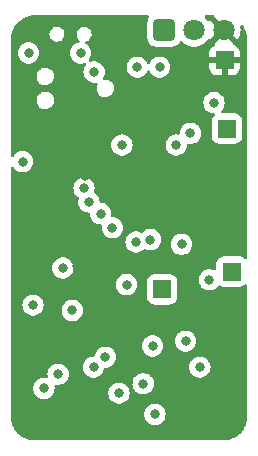
<source format=gbr>
%TF.GenerationSoftware,KiCad,Pcbnew,(7.0.0)*%
%TF.CreationDate,2024-01-15T14:21:04+01:00*%
%TF.ProjectId,LED_poi,4c45445f-706f-4692-9e6b-696361645f70,A*%
%TF.SameCoordinates,Original*%
%TF.FileFunction,Copper,L3,Inr*%
%TF.FilePolarity,Positive*%
%FSLAX46Y46*%
G04 Gerber Fmt 4.6, Leading zero omitted, Abs format (unit mm)*
G04 Created by KiCad (PCBNEW (7.0.0)) date 2024-01-15 14:21:04*
%MOMM*%
%LPD*%
G01*
G04 APERTURE LIST*
G04 Aperture macros list*
%AMRoundRect*
0 Rectangle with rounded corners*
0 $1 Rounding radius*
0 $2 $3 $4 $5 $6 $7 $8 $9 X,Y pos of 4 corners*
0 Add a 4 corners polygon primitive as box body*
4,1,4,$2,$3,$4,$5,$6,$7,$8,$9,$2,$3,0*
0 Add four circle primitives for the rounded corners*
1,1,$1+$1,$2,$3*
1,1,$1+$1,$4,$5*
1,1,$1+$1,$6,$7*
1,1,$1+$1,$8,$9*
0 Add four rect primitives between the rounded corners*
20,1,$1+$1,$2,$3,$4,$5,0*
20,1,$1+$1,$4,$5,$6,$7,0*
20,1,$1+$1,$6,$7,$8,$9,0*
20,1,$1+$1,$8,$9,$2,$3,0*%
G04 Aperture macros list end*
%TA.AperFunction,ComponentPad*%
%ADD10RoundRect,0.250000X-0.550000X-0.550000X0.550000X-0.550000X0.550000X0.550000X-0.550000X0.550000X0*%
%TD*%
%TA.AperFunction,ComponentPad*%
%ADD11RoundRect,0.248400X-0.651600X-0.651600X0.651600X-0.651600X0.651600X0.651600X-0.651600X0.651600X0*%
%TD*%
%TA.AperFunction,ComponentPad*%
%ADD12C,1.800000*%
%TD*%
%TA.AperFunction,ViaPad*%
%ADD13C,0.800000*%
%TD*%
%TA.AperFunction,ViaPad*%
%ADD14C,3.200000*%
%TD*%
G04 APERTURE END LIST*
D10*
%TO.N,VCC*%
%TO.C,J6*%
X100300000Y-55600000D03*
%TD*%
%TO.N,GND*%
%TO.C,J9*%
X100100000Y-49800000D03*
%TD*%
D11*
%TO.N,/IR_RX*%
%TO.C,U4*%
X94960000Y-47250000D03*
D12*
%TO.N,VCC*%
X97500000Y-47250000D03*
%TO.N,GND*%
X100040000Y-47250000D03*
%TD*%
D10*
%TO.N,/KEY*%
%TO.C,J7*%
X100700000Y-67700000D03*
%TD*%
%TO.N,+BATT*%
%TO.C,J5*%
X94800000Y-69200000D03*
%TD*%
D13*
%TO.N,GND*%
X99800000Y-62800000D03*
X87150500Y-50800000D03*
X91400000Y-51000000D03*
X88400000Y-78600000D03*
X83000000Y-54800000D03*
X84400000Y-58400000D03*
X101000000Y-60400000D03*
X93000000Y-57000000D03*
X94000000Y-71800000D03*
X88311043Y-59649500D03*
D14*
X100000000Y-80000000D03*
D13*
X96400000Y-58200000D03*
X87600000Y-67200000D03*
X89800000Y-71200000D03*
X96006220Y-78950500D03*
X82800000Y-62600000D03*
%TO.N,/XTAL2*%
X83000000Y-58400000D03*
X88195095Y-60642254D03*
%TO.N,/Data*%
X98800000Y-68400000D03*
X94200000Y-79800000D03*
X99200000Y-53400000D03*
%TO.N,+BATT*%
X83500000Y-49200000D03*
%TO.N,Net-(SW1-A)*%
X96800000Y-73600000D03*
X87897000Y-49200000D03*
%TO.N,+3.3V*%
X91150500Y-78000000D03*
%TO.N,Net-(J4-Pin_1)*%
X92700000Y-50400000D03*
%TO.N,Net-(J8-Pin_1)*%
X94600000Y-50400000D03*
%TO.N,/SCL_3V3*%
X84800000Y-77600000D03*
%TO.N,/SDA_3V3*%
X86000000Y-76400000D03*
%TO.N,/ACC_INT1*%
X91800000Y-68800000D03*
X90006220Y-74950500D03*
%TO.N,/PWR*%
X93800000Y-65000000D03*
X98000000Y-75800000D03*
%TO.N,/SDA*%
X87200000Y-71000000D03*
X89600000Y-62800000D03*
%TO.N,/SCL*%
X88600000Y-61800000D03*
X83871405Y-70549500D03*
%TO.N,VCC*%
X91400000Y-57000000D03*
X90600000Y-64000000D03*
X96449500Y-65393780D03*
X89049500Y-50806220D03*
X96000000Y-57000000D03*
X86400000Y-67400000D03*
X93200000Y-77200000D03*
X94000000Y-74000000D03*
%TO.N,/IR_RX*%
X97200000Y-56000000D03*
%TO.N,/ACC_INT2*%
X92600000Y-65200000D03*
X89000000Y-75800000D03*
%TD*%
%TA.AperFunction,Conductor*%
%TO.N,GND*%
G36*
X93637891Y-46017567D02*
G01*
X93683389Y-46064068D01*
X93699082Y-46127205D01*
X93680650Y-46189597D01*
X93625046Y-46279747D01*
X93622776Y-46286595D01*
X93622774Y-46286601D01*
X93572109Y-46439498D01*
X93572107Y-46439503D01*
X93569979Y-46445928D01*
X93569291Y-46452658D01*
X93569290Y-46452665D01*
X93559819Y-46545368D01*
X93559818Y-46545385D01*
X93559500Y-46548499D01*
X93559500Y-46551645D01*
X93559500Y-46551646D01*
X93559500Y-47948351D01*
X93559500Y-47948370D01*
X93559501Y-47951500D01*
X93559820Y-47954632D01*
X93559821Y-47954633D01*
X93569290Y-48047335D01*
X93569291Y-48047342D01*
X93569979Y-48054072D01*
X93572107Y-48060494D01*
X93572108Y-48060498D01*
X93620065Y-48205224D01*
X93625046Y-48220253D01*
X93716952Y-48369256D01*
X93840744Y-48493048D01*
X93989747Y-48584954D01*
X94155928Y-48640021D01*
X94258499Y-48650500D01*
X95661500Y-48650499D01*
X95764072Y-48640021D01*
X95930253Y-48584954D01*
X96079256Y-48493048D01*
X96203048Y-48369256D01*
X96287132Y-48232933D01*
X96327130Y-48192768D01*
X96380824Y-48174598D01*
X96436993Y-48182223D01*
X96483901Y-48214048D01*
X96548216Y-48283913D01*
X96731374Y-48426470D01*
X96935497Y-48536936D01*
X97155019Y-48612298D01*
X97383951Y-48650500D01*
X97610916Y-48650500D01*
X97616049Y-48650500D01*
X97844981Y-48612298D01*
X98064503Y-48536936D01*
X98268626Y-48426470D01*
X98451784Y-48283913D01*
X98608979Y-48113153D01*
X98666489Y-48025126D01*
X98711280Y-47983894D01*
X98770297Y-47968948D01*
X98829314Y-47983893D01*
X98874106Y-48025125D01*
X98881245Y-48036051D01*
X98889212Y-48043776D01*
X98898592Y-48037853D01*
X99674904Y-47261542D01*
X99681568Y-47249999D01*
X99674904Y-47238457D01*
X98898592Y-46462145D01*
X98889212Y-46456222D01*
X98881245Y-46463946D01*
X98874106Y-46474874D01*
X98829314Y-46516106D01*
X98770297Y-46531051D01*
X98711280Y-46516105D01*
X98666489Y-46474872D01*
X98611784Y-46391139D01*
X98611778Y-46391131D01*
X98608979Y-46386847D01*
X98451784Y-46216087D01*
X98450175Y-46214834D01*
X98418154Y-46166696D01*
X98411837Y-46108145D01*
X98433245Y-46053283D01*
X98477548Y-46014484D01*
X98534754Y-46000500D01*
X99120217Y-46000500D01*
X99184387Y-46018395D01*
X99228438Y-46065219D01*
X99228847Y-46064995D01*
X99229718Y-46066579D01*
X99230036Y-46066917D01*
X99230119Y-46067308D01*
X99253667Y-46110114D01*
X101181405Y-48037852D01*
X101190786Y-48043776D01*
X101198754Y-48036051D01*
X101272675Y-47922906D01*
X101277543Y-47913911D01*
X101366621Y-47710833D01*
X101369940Y-47701166D01*
X101424378Y-47486196D01*
X101426062Y-47476102D01*
X101444374Y-47255117D01*
X101444374Y-47244883D01*
X101426062Y-47023897D01*
X101424376Y-47013794D01*
X101408316Y-46950374D01*
X101410110Y-46883125D01*
X101446756Y-46826710D01*
X101507468Y-46797733D01*
X101574377Y-46804724D01*
X101627789Y-46845623D01*
X101630549Y-46849310D01*
X101634383Y-46854729D01*
X101703424Y-46958056D01*
X101709154Y-46967520D01*
X101773183Y-47084779D01*
X101775556Y-47089348D01*
X101801526Y-47142009D01*
X101829969Y-47199687D01*
X101834938Y-47211196D01*
X101882556Y-47338863D01*
X101883793Y-47342338D01*
X101922470Y-47456276D01*
X101926217Y-47469777D01*
X101956613Y-47609508D01*
X101957064Y-47611675D01*
X101979224Y-47723080D01*
X101981291Y-47738425D01*
X101993995Y-47916046D01*
X101994045Y-47916781D01*
X101999234Y-47995942D01*
X101999500Y-48004053D01*
X101999500Y-66538770D01*
X101985985Y-66595065D01*
X101948385Y-66639088D01*
X101894898Y-66661243D01*
X101837182Y-66656701D01*
X101787819Y-66626451D01*
X101723761Y-66562393D01*
X101723760Y-66562392D01*
X101718656Y-66557288D01*
X101712515Y-66553500D01*
X101712511Y-66553497D01*
X101575480Y-66468977D01*
X101569334Y-66465186D01*
X101402797Y-66410001D01*
X101396064Y-66409313D01*
X101396059Y-66409312D01*
X101303140Y-66399819D01*
X101303123Y-66399818D01*
X101300009Y-66399500D01*
X101296860Y-66399500D01*
X100103140Y-66399500D01*
X100103120Y-66399500D01*
X100099992Y-66399501D01*
X100096860Y-66399820D01*
X100096858Y-66399821D01*
X100003938Y-66409312D01*
X100003928Y-66409313D01*
X99997203Y-66410001D01*
X99990781Y-66412128D01*
X99990776Y-66412130D01*
X99837521Y-66462914D01*
X99837517Y-66462915D01*
X99830666Y-66465186D01*
X99824522Y-66468975D01*
X99824519Y-66468977D01*
X99687488Y-66553497D01*
X99687480Y-66553503D01*
X99681344Y-66557288D01*
X99676242Y-66562389D01*
X99676238Y-66562393D01*
X99562393Y-66676238D01*
X99562389Y-66676242D01*
X99557288Y-66681344D01*
X99553503Y-66687480D01*
X99553497Y-66687488D01*
X99468977Y-66824519D01*
X99465186Y-66830666D01*
X99410001Y-66997203D01*
X99409313Y-67003933D01*
X99409312Y-67003940D01*
X99399819Y-67096859D01*
X99399818Y-67096877D01*
X99399500Y-67099991D01*
X99399500Y-67103140D01*
X99399500Y-67490252D01*
X99384473Y-67549420D01*
X99343035Y-67594247D01*
X99285229Y-67613870D01*
X99225064Y-67603531D01*
X99085745Y-67541501D01*
X99085740Y-67541499D01*
X99079803Y-67538856D01*
X99073444Y-67537504D01*
X99073440Y-67537503D01*
X98901008Y-67500852D01*
X98901005Y-67500851D01*
X98894646Y-67499500D01*
X98705354Y-67499500D01*
X98698995Y-67500851D01*
X98698991Y-67500852D01*
X98526559Y-67537503D01*
X98526552Y-67537505D01*
X98520197Y-67538856D01*
X98514262Y-67541498D01*
X98514254Y-67541501D01*
X98353207Y-67613205D01*
X98353202Y-67613207D01*
X98347270Y-67615849D01*
X98342016Y-67619665D01*
X98342011Y-67619669D01*
X98199388Y-67723290D01*
X98199381Y-67723295D01*
X98194129Y-67727112D01*
X98189784Y-67731937D01*
X98189779Y-67731942D01*
X98071813Y-67862956D01*
X98071808Y-67862962D01*
X98067467Y-67867784D01*
X98064222Y-67873404D01*
X98064218Y-67873410D01*
X97976069Y-68026089D01*
X97976066Y-68026094D01*
X97972821Y-68031716D01*
X97970815Y-68037888D01*
X97970813Y-68037894D01*
X97916333Y-68205564D01*
X97916331Y-68205573D01*
X97914326Y-68211744D01*
X97913648Y-68218194D01*
X97913646Y-68218204D01*
X97895962Y-68386464D01*
X97894540Y-68400000D01*
X97895219Y-68406460D01*
X97913646Y-68581795D01*
X97913647Y-68581803D01*
X97914326Y-68588256D01*
X97916331Y-68594428D01*
X97916333Y-68594435D01*
X97970813Y-68762105D01*
X97972821Y-68768284D01*
X97976068Y-68773908D01*
X97976069Y-68773910D01*
X97987402Y-68793540D01*
X98067467Y-68932216D01*
X98071811Y-68937041D01*
X98071813Y-68937043D01*
X98123489Y-68994435D01*
X98194129Y-69072888D01*
X98347270Y-69184151D01*
X98520197Y-69261144D01*
X98705354Y-69300500D01*
X98888143Y-69300500D01*
X98894646Y-69300500D01*
X99079803Y-69261144D01*
X99252730Y-69184151D01*
X99405871Y-69072888D01*
X99532533Y-68932216D01*
X99545885Y-68909088D01*
X99592312Y-68863106D01*
X99655674Y-68847110D01*
X99718365Y-68865547D01*
X99830666Y-68934814D01*
X99997203Y-68989999D01*
X100099991Y-69000500D01*
X101300008Y-69000499D01*
X101402797Y-68989999D01*
X101569334Y-68934814D01*
X101718656Y-68842712D01*
X101787818Y-68773549D01*
X101837182Y-68743299D01*
X101894898Y-68738757D01*
X101948385Y-68760912D01*
X101985985Y-68804935D01*
X101999500Y-68861230D01*
X101999500Y-79995947D01*
X101999234Y-80004058D01*
X101994045Y-80083217D01*
X101993995Y-80083952D01*
X101981291Y-80261573D01*
X101979224Y-80276918D01*
X101957064Y-80388323D01*
X101956613Y-80390490D01*
X101926217Y-80530221D01*
X101922470Y-80543722D01*
X101883793Y-80657660D01*
X101882556Y-80661135D01*
X101834938Y-80788802D01*
X101829969Y-80800311D01*
X101775564Y-80910635D01*
X101773183Y-80915219D01*
X101709154Y-81032478D01*
X101703424Y-81041942D01*
X101634383Y-81145269D01*
X101630548Y-81150688D01*
X101551181Y-81256711D01*
X101545142Y-81264160D01*
X101462867Y-81357976D01*
X101457320Y-81363898D01*
X101363898Y-81457320D01*
X101357976Y-81462867D01*
X101264160Y-81545142D01*
X101256711Y-81551181D01*
X101150688Y-81630548D01*
X101145269Y-81634383D01*
X101041942Y-81703424D01*
X101032478Y-81709154D01*
X100915219Y-81773183D01*
X100910635Y-81775564D01*
X100800311Y-81829969D01*
X100788802Y-81834938D01*
X100661135Y-81882556D01*
X100657660Y-81883793D01*
X100543722Y-81922470D01*
X100530221Y-81926217D01*
X100390490Y-81956613D01*
X100388323Y-81957064D01*
X100276918Y-81979224D01*
X100261573Y-81981291D01*
X100083952Y-81993995D01*
X100083217Y-81994045D01*
X100004058Y-81999234D01*
X99995947Y-81999500D01*
X84004053Y-81999500D01*
X83995942Y-81999234D01*
X83916781Y-81994045D01*
X83916046Y-81993995D01*
X83738425Y-81981291D01*
X83723080Y-81979224D01*
X83611675Y-81957064D01*
X83609508Y-81956613D01*
X83469777Y-81926217D01*
X83456276Y-81922470D01*
X83342338Y-81883793D01*
X83338863Y-81882556D01*
X83211196Y-81834938D01*
X83199687Y-81829969D01*
X83134947Y-81798043D01*
X83089348Y-81775556D01*
X83084779Y-81773183D01*
X82967520Y-81709154D01*
X82958056Y-81703424D01*
X82854729Y-81634383D01*
X82849310Y-81630548D01*
X82793396Y-81588691D01*
X82743278Y-81551173D01*
X82735848Y-81545150D01*
X82642022Y-81462867D01*
X82636100Y-81457320D01*
X82542678Y-81363898D01*
X82537131Y-81357976D01*
X82505450Y-81321851D01*
X82454844Y-81264145D01*
X82448830Y-81256727D01*
X82369450Y-81150688D01*
X82365615Y-81145269D01*
X82296574Y-81041942D01*
X82290844Y-81032478D01*
X82226798Y-80915187D01*
X82224461Y-80910687D01*
X82170024Y-80800300D01*
X82165060Y-80788802D01*
X82132125Y-80700500D01*
X82117420Y-80661074D01*
X82116228Y-80657725D01*
X82077522Y-80543703D01*
X82073786Y-80530240D01*
X82043374Y-80390437D01*
X82042945Y-80388378D01*
X82020772Y-80276904D01*
X82018709Y-80261587D01*
X82005991Y-80083767D01*
X82005978Y-80083586D01*
X82000764Y-80004042D01*
X82000500Y-79995935D01*
X82000500Y-79800000D01*
X93294540Y-79800000D01*
X93295219Y-79806460D01*
X93313646Y-79981795D01*
X93313647Y-79981803D01*
X93314326Y-79988256D01*
X93316331Y-79994428D01*
X93316333Y-79994435D01*
X93370813Y-80162105D01*
X93372821Y-80168284D01*
X93467467Y-80332216D01*
X93471811Y-80337041D01*
X93471813Y-80337043D01*
X93519937Y-80390490D01*
X93594129Y-80472888D01*
X93747270Y-80584151D01*
X93920197Y-80661144D01*
X94105354Y-80700500D01*
X94288143Y-80700500D01*
X94294646Y-80700500D01*
X94479803Y-80661144D01*
X94652730Y-80584151D01*
X94805871Y-80472888D01*
X94932533Y-80332216D01*
X95027179Y-80168284D01*
X95085674Y-79988256D01*
X95105460Y-79800000D01*
X95085674Y-79611744D01*
X95027179Y-79431716D01*
X94932533Y-79267784D01*
X94805871Y-79127112D01*
X94800613Y-79123292D01*
X94800611Y-79123290D01*
X94657988Y-79019669D01*
X94657987Y-79019668D01*
X94652730Y-79015849D01*
X94646792Y-79013205D01*
X94485745Y-78941501D01*
X94485740Y-78941499D01*
X94479803Y-78938856D01*
X94473444Y-78937504D01*
X94473440Y-78937503D01*
X94301008Y-78900852D01*
X94301005Y-78900851D01*
X94294646Y-78899500D01*
X94105354Y-78899500D01*
X94098995Y-78900851D01*
X94098991Y-78900852D01*
X93926559Y-78937503D01*
X93926552Y-78937505D01*
X93920197Y-78938856D01*
X93914262Y-78941498D01*
X93914254Y-78941501D01*
X93753207Y-79013205D01*
X93753202Y-79013207D01*
X93747270Y-79015849D01*
X93742016Y-79019665D01*
X93742011Y-79019669D01*
X93599388Y-79123290D01*
X93599381Y-79123295D01*
X93594129Y-79127112D01*
X93589784Y-79131937D01*
X93589779Y-79131942D01*
X93471813Y-79262956D01*
X93471808Y-79262962D01*
X93467467Y-79267784D01*
X93464222Y-79273404D01*
X93464218Y-79273410D01*
X93376069Y-79426089D01*
X93376066Y-79426094D01*
X93372821Y-79431716D01*
X93370815Y-79437888D01*
X93370813Y-79437894D01*
X93316333Y-79605564D01*
X93316331Y-79605573D01*
X93314326Y-79611744D01*
X93313648Y-79618194D01*
X93313646Y-79618204D01*
X93295962Y-79786464D01*
X93294540Y-79800000D01*
X82000500Y-79800000D01*
X82000500Y-77600000D01*
X83894540Y-77600000D01*
X83895219Y-77606460D01*
X83913646Y-77781795D01*
X83913647Y-77781803D01*
X83914326Y-77788256D01*
X83916331Y-77794428D01*
X83916333Y-77794435D01*
X83943066Y-77876709D01*
X83972821Y-77968284D01*
X83976068Y-77973908D01*
X83976069Y-77973910D01*
X84048374Y-78099147D01*
X84067467Y-78132216D01*
X84194129Y-78272888D01*
X84347270Y-78384151D01*
X84520197Y-78461144D01*
X84705354Y-78500500D01*
X84888143Y-78500500D01*
X84894646Y-78500500D01*
X85079803Y-78461144D01*
X85252730Y-78384151D01*
X85405871Y-78272888D01*
X85532533Y-78132216D01*
X85608868Y-78000000D01*
X90245040Y-78000000D01*
X90245719Y-78006460D01*
X90264146Y-78181795D01*
X90264147Y-78181803D01*
X90264826Y-78188256D01*
X90266831Y-78194428D01*
X90266833Y-78194435D01*
X90293566Y-78276709D01*
X90323321Y-78368284D01*
X90326568Y-78373908D01*
X90326569Y-78373910D01*
X90398874Y-78499147D01*
X90417967Y-78532216D01*
X90544629Y-78672888D01*
X90697770Y-78784151D01*
X90870697Y-78861144D01*
X91055854Y-78900500D01*
X91238643Y-78900500D01*
X91245146Y-78900500D01*
X91430303Y-78861144D01*
X91603230Y-78784151D01*
X91756371Y-78672888D01*
X91883033Y-78532216D01*
X91977679Y-78368284D01*
X92036174Y-78188256D01*
X92055960Y-78000000D01*
X92036174Y-77811744D01*
X91977679Y-77631716D01*
X91883033Y-77467784D01*
X91811425Y-77388256D01*
X91760720Y-77331942D01*
X91760719Y-77331941D01*
X91756371Y-77327112D01*
X91751113Y-77323292D01*
X91751111Y-77323290D01*
X91608488Y-77219669D01*
X91608487Y-77219668D01*
X91603230Y-77215849D01*
X91597292Y-77213205D01*
X91567634Y-77200000D01*
X92294540Y-77200000D01*
X92295219Y-77206460D01*
X92313646Y-77381795D01*
X92313647Y-77381803D01*
X92314326Y-77388256D01*
X92316331Y-77394428D01*
X92316333Y-77394435D01*
X92340166Y-77467784D01*
X92372821Y-77568284D01*
X92376068Y-77573908D01*
X92376069Y-77573910D01*
X92406194Y-77626089D01*
X92467467Y-77732216D01*
X92471811Y-77737041D01*
X92471813Y-77737043D01*
X92544891Y-77818204D01*
X92594129Y-77872888D01*
X92747270Y-77984151D01*
X92920197Y-78061144D01*
X93105354Y-78100500D01*
X93288143Y-78100500D01*
X93294646Y-78100500D01*
X93479803Y-78061144D01*
X93652730Y-77984151D01*
X93805871Y-77872888D01*
X93932533Y-77732216D01*
X94027179Y-77568284D01*
X94085674Y-77388256D01*
X94105460Y-77200000D01*
X94085674Y-77011744D01*
X94027179Y-76831716D01*
X93932533Y-76667784D01*
X93905234Y-76637466D01*
X93810220Y-76531942D01*
X93810219Y-76531941D01*
X93805871Y-76527112D01*
X93800613Y-76523292D01*
X93800611Y-76523290D01*
X93657988Y-76419669D01*
X93657987Y-76419668D01*
X93652730Y-76415849D01*
X93646792Y-76413205D01*
X93485745Y-76341501D01*
X93485740Y-76341499D01*
X93479803Y-76338856D01*
X93473444Y-76337504D01*
X93473440Y-76337503D01*
X93301008Y-76300852D01*
X93301005Y-76300851D01*
X93294646Y-76299500D01*
X93105354Y-76299500D01*
X93098995Y-76300851D01*
X93098991Y-76300852D01*
X92926559Y-76337503D01*
X92926552Y-76337505D01*
X92920197Y-76338856D01*
X92914262Y-76341498D01*
X92914254Y-76341501D01*
X92753207Y-76413205D01*
X92753202Y-76413207D01*
X92747270Y-76415849D01*
X92742016Y-76419665D01*
X92742011Y-76419669D01*
X92599388Y-76523290D01*
X92599381Y-76523295D01*
X92594129Y-76527112D01*
X92589784Y-76531937D01*
X92589779Y-76531942D01*
X92471813Y-76662956D01*
X92471808Y-76662962D01*
X92467467Y-76667784D01*
X92464222Y-76673404D01*
X92464218Y-76673410D01*
X92376069Y-76826089D01*
X92376066Y-76826094D01*
X92372821Y-76831716D01*
X92370815Y-76837888D01*
X92370813Y-76837894D01*
X92316333Y-77005564D01*
X92316331Y-77005573D01*
X92314326Y-77011744D01*
X92313648Y-77018194D01*
X92313646Y-77018204D01*
X92300966Y-77138856D01*
X92294540Y-77200000D01*
X91567634Y-77200000D01*
X91436245Y-77141501D01*
X91436240Y-77141499D01*
X91430303Y-77138856D01*
X91423944Y-77137504D01*
X91423940Y-77137503D01*
X91251508Y-77100852D01*
X91251505Y-77100851D01*
X91245146Y-77099500D01*
X91055854Y-77099500D01*
X91049495Y-77100851D01*
X91049491Y-77100852D01*
X90877059Y-77137503D01*
X90877052Y-77137505D01*
X90870697Y-77138856D01*
X90864762Y-77141498D01*
X90864754Y-77141501D01*
X90703707Y-77213205D01*
X90703702Y-77213207D01*
X90697770Y-77215849D01*
X90692516Y-77219665D01*
X90692511Y-77219669D01*
X90549888Y-77323290D01*
X90549881Y-77323295D01*
X90544629Y-77327112D01*
X90540284Y-77331937D01*
X90540279Y-77331942D01*
X90422313Y-77462956D01*
X90422308Y-77462962D01*
X90417967Y-77467784D01*
X90414722Y-77473404D01*
X90414718Y-77473410D01*
X90326569Y-77626089D01*
X90326566Y-77626094D01*
X90323321Y-77631716D01*
X90321315Y-77637888D01*
X90321313Y-77637894D01*
X90266833Y-77805564D01*
X90266831Y-77805573D01*
X90264826Y-77811744D01*
X90264148Y-77818194D01*
X90264146Y-77818204D01*
X90249023Y-77962105D01*
X90245040Y-78000000D01*
X85608868Y-78000000D01*
X85627179Y-77968284D01*
X85685674Y-77788256D01*
X85705460Y-77600000D01*
X85686534Y-77419930D01*
X85694091Y-77362533D01*
X85726883Y-77314821D01*
X85777761Y-77287196D01*
X85835635Y-77285681D01*
X85905354Y-77300500D01*
X86088143Y-77300500D01*
X86094646Y-77300500D01*
X86279803Y-77261144D01*
X86452730Y-77184151D01*
X86605871Y-77072888D01*
X86732533Y-76932216D01*
X86827179Y-76768284D01*
X86885674Y-76588256D01*
X86905460Y-76400000D01*
X86885674Y-76211744D01*
X86827179Y-76031716D01*
X86732533Y-75867784D01*
X86677316Y-75806460D01*
X86671499Y-75800000D01*
X88094540Y-75800000D01*
X88095219Y-75806460D01*
X88113646Y-75981795D01*
X88113647Y-75981803D01*
X88114326Y-75988256D01*
X88116331Y-75994428D01*
X88116333Y-75994435D01*
X88130454Y-76037894D01*
X88172821Y-76168284D01*
X88176068Y-76173908D01*
X88176069Y-76173910D01*
X88197912Y-76211744D01*
X88267467Y-76332216D01*
X88271811Y-76337041D01*
X88271813Y-76337043D01*
X88340390Y-76413205D01*
X88394129Y-76472888D01*
X88547270Y-76584151D01*
X88720197Y-76661144D01*
X88905354Y-76700500D01*
X89088143Y-76700500D01*
X89094646Y-76700500D01*
X89279803Y-76661144D01*
X89452730Y-76584151D01*
X89605871Y-76472888D01*
X89732533Y-76332216D01*
X89827179Y-76168284D01*
X89885674Y-75988256D01*
X89888429Y-75962040D01*
X89908948Y-75905661D01*
X89953535Y-75865515D01*
X90011750Y-75851000D01*
X90094363Y-75851000D01*
X90100866Y-75851000D01*
X90286023Y-75811644D01*
X90312176Y-75800000D01*
X97094540Y-75800000D01*
X97095219Y-75806460D01*
X97113646Y-75981795D01*
X97113647Y-75981803D01*
X97114326Y-75988256D01*
X97116331Y-75994428D01*
X97116333Y-75994435D01*
X97130454Y-76037894D01*
X97172821Y-76168284D01*
X97176068Y-76173908D01*
X97176069Y-76173910D01*
X97197912Y-76211744D01*
X97267467Y-76332216D01*
X97271811Y-76337041D01*
X97271813Y-76337043D01*
X97340390Y-76413205D01*
X97394129Y-76472888D01*
X97547270Y-76584151D01*
X97720197Y-76661144D01*
X97905354Y-76700500D01*
X98088143Y-76700500D01*
X98094646Y-76700500D01*
X98279803Y-76661144D01*
X98452730Y-76584151D01*
X98605871Y-76472888D01*
X98732533Y-76332216D01*
X98827179Y-76168284D01*
X98885674Y-75988256D01*
X98905460Y-75800000D01*
X98885674Y-75611744D01*
X98827179Y-75431716D01*
X98732533Y-75267784D01*
X98605871Y-75127112D01*
X98600613Y-75123292D01*
X98600611Y-75123290D01*
X98457988Y-75019669D01*
X98457987Y-75019668D01*
X98452730Y-75015849D01*
X98446792Y-75013205D01*
X98285745Y-74941501D01*
X98285740Y-74941499D01*
X98279803Y-74938856D01*
X98273444Y-74937504D01*
X98273440Y-74937503D01*
X98101008Y-74900852D01*
X98101005Y-74900851D01*
X98094646Y-74899500D01*
X97905354Y-74899500D01*
X97898995Y-74900851D01*
X97898991Y-74900852D01*
X97726559Y-74937503D01*
X97726552Y-74937505D01*
X97720197Y-74938856D01*
X97714262Y-74941498D01*
X97714254Y-74941501D01*
X97553207Y-75013205D01*
X97553202Y-75013207D01*
X97547270Y-75015849D01*
X97542016Y-75019665D01*
X97542011Y-75019669D01*
X97399388Y-75123290D01*
X97399381Y-75123295D01*
X97394129Y-75127112D01*
X97389784Y-75131937D01*
X97389779Y-75131942D01*
X97271813Y-75262956D01*
X97271808Y-75262962D01*
X97267467Y-75267784D01*
X97264222Y-75273404D01*
X97264218Y-75273410D01*
X97176069Y-75426089D01*
X97176066Y-75426094D01*
X97172821Y-75431716D01*
X97170815Y-75437888D01*
X97170813Y-75437894D01*
X97116333Y-75605564D01*
X97116331Y-75605573D01*
X97114326Y-75611744D01*
X97113648Y-75618194D01*
X97113646Y-75618204D01*
X97101810Y-75730830D01*
X97094540Y-75800000D01*
X90312176Y-75800000D01*
X90458950Y-75734651D01*
X90612091Y-75623388D01*
X90738753Y-75482716D01*
X90833399Y-75318784D01*
X90891894Y-75138756D01*
X90911680Y-74950500D01*
X90891894Y-74762244D01*
X90833399Y-74582216D01*
X90738753Y-74418284D01*
X90708019Y-74384151D01*
X90616440Y-74282442D01*
X90616439Y-74282441D01*
X90612091Y-74277612D01*
X90606833Y-74273792D01*
X90606831Y-74273790D01*
X90464208Y-74170169D01*
X90464207Y-74170168D01*
X90458950Y-74166349D01*
X90453012Y-74163705D01*
X90291965Y-74092001D01*
X90291960Y-74091999D01*
X90286023Y-74089356D01*
X90279664Y-74088004D01*
X90279660Y-74088003D01*
X90107228Y-74051352D01*
X90107225Y-74051351D01*
X90100866Y-74050000D01*
X89911574Y-74050000D01*
X89905215Y-74051351D01*
X89905211Y-74051352D01*
X89732779Y-74088003D01*
X89732772Y-74088005D01*
X89726417Y-74089356D01*
X89720482Y-74091998D01*
X89720474Y-74092001D01*
X89559427Y-74163705D01*
X89559422Y-74163707D01*
X89553490Y-74166349D01*
X89548236Y-74170165D01*
X89548231Y-74170169D01*
X89405608Y-74273790D01*
X89405601Y-74273795D01*
X89400349Y-74277612D01*
X89396004Y-74282437D01*
X89395999Y-74282442D01*
X89278033Y-74413456D01*
X89278028Y-74413462D01*
X89273687Y-74418284D01*
X89270442Y-74423904D01*
X89270438Y-74423910D01*
X89182289Y-74576589D01*
X89182286Y-74576594D01*
X89179041Y-74582216D01*
X89177035Y-74588388D01*
X89177033Y-74588394D01*
X89148338Y-74676709D01*
X89120546Y-74762244D01*
X89119867Y-74768696D01*
X89119866Y-74768705D01*
X89117790Y-74788463D01*
X89097269Y-74844841D01*
X89052683Y-74884986D01*
X88994469Y-74899500D01*
X88905354Y-74899500D01*
X88898995Y-74900851D01*
X88898991Y-74900852D01*
X88726559Y-74937503D01*
X88726552Y-74937505D01*
X88720197Y-74938856D01*
X88714262Y-74941498D01*
X88714254Y-74941501D01*
X88553207Y-75013205D01*
X88553202Y-75013207D01*
X88547270Y-75015849D01*
X88542016Y-75019665D01*
X88542011Y-75019669D01*
X88399388Y-75123290D01*
X88399381Y-75123295D01*
X88394129Y-75127112D01*
X88389784Y-75131937D01*
X88389779Y-75131942D01*
X88271813Y-75262956D01*
X88271808Y-75262962D01*
X88267467Y-75267784D01*
X88264222Y-75273404D01*
X88264218Y-75273410D01*
X88176069Y-75426089D01*
X88176066Y-75426094D01*
X88172821Y-75431716D01*
X88170815Y-75437888D01*
X88170813Y-75437894D01*
X88116333Y-75605564D01*
X88116331Y-75605573D01*
X88114326Y-75611744D01*
X88113648Y-75618194D01*
X88113646Y-75618204D01*
X88101810Y-75730830D01*
X88094540Y-75800000D01*
X86671499Y-75800000D01*
X86610220Y-75731942D01*
X86610219Y-75731941D01*
X86605871Y-75727112D01*
X86600613Y-75723292D01*
X86600611Y-75723290D01*
X86457988Y-75619669D01*
X86457987Y-75619668D01*
X86452730Y-75615849D01*
X86446792Y-75613205D01*
X86285745Y-75541501D01*
X86285740Y-75541499D01*
X86279803Y-75538856D01*
X86273444Y-75537504D01*
X86273440Y-75537503D01*
X86101008Y-75500852D01*
X86101005Y-75500851D01*
X86094646Y-75499500D01*
X85905354Y-75499500D01*
X85898995Y-75500851D01*
X85898991Y-75500852D01*
X85726559Y-75537503D01*
X85726552Y-75537505D01*
X85720197Y-75538856D01*
X85714262Y-75541498D01*
X85714254Y-75541501D01*
X85553207Y-75613205D01*
X85553202Y-75613207D01*
X85547270Y-75615849D01*
X85542016Y-75619665D01*
X85542011Y-75619669D01*
X85399388Y-75723290D01*
X85399381Y-75723295D01*
X85394129Y-75727112D01*
X85389784Y-75731937D01*
X85389779Y-75731942D01*
X85271813Y-75862956D01*
X85271808Y-75862962D01*
X85267467Y-75867784D01*
X85264222Y-75873404D01*
X85264218Y-75873410D01*
X85176069Y-76026089D01*
X85176066Y-76026094D01*
X85172821Y-76031716D01*
X85170815Y-76037888D01*
X85170813Y-76037894D01*
X85116333Y-76205564D01*
X85116331Y-76205573D01*
X85114326Y-76211744D01*
X85113648Y-76218194D01*
X85113646Y-76218204D01*
X85100966Y-76338856D01*
X85094540Y-76400000D01*
X85095219Y-76406460D01*
X85095219Y-76406461D01*
X85113465Y-76580067D01*
X85105908Y-76637466D01*
X85073117Y-76685178D01*
X85022238Y-76712803D01*
X84964364Y-76714318D01*
X84894646Y-76699500D01*
X84705354Y-76699500D01*
X84698995Y-76700851D01*
X84698991Y-76700852D01*
X84526559Y-76737503D01*
X84526552Y-76737505D01*
X84520197Y-76738856D01*
X84514262Y-76741498D01*
X84514254Y-76741501D01*
X84353207Y-76813205D01*
X84353202Y-76813207D01*
X84347270Y-76815849D01*
X84342016Y-76819665D01*
X84342011Y-76819669D01*
X84199388Y-76923290D01*
X84199381Y-76923295D01*
X84194129Y-76927112D01*
X84189784Y-76931937D01*
X84189779Y-76931942D01*
X84071813Y-77062956D01*
X84071808Y-77062962D01*
X84067467Y-77067784D01*
X84064222Y-77073404D01*
X84064218Y-77073410D01*
X83976069Y-77226089D01*
X83976066Y-77226094D01*
X83972821Y-77231716D01*
X83970815Y-77237888D01*
X83970813Y-77237894D01*
X83916333Y-77405564D01*
X83916331Y-77405573D01*
X83914326Y-77411744D01*
X83913648Y-77418194D01*
X83913646Y-77418204D01*
X83898523Y-77562105D01*
X83894540Y-77600000D01*
X82000500Y-77600000D01*
X82000500Y-74000000D01*
X93094540Y-74000000D01*
X93095219Y-74006460D01*
X93113646Y-74181795D01*
X93113647Y-74181803D01*
X93114326Y-74188256D01*
X93116331Y-74194428D01*
X93116333Y-74194435D01*
X93144929Y-74282442D01*
X93172821Y-74368284D01*
X93176068Y-74373908D01*
X93176069Y-74373910D01*
X93248374Y-74499147D01*
X93267467Y-74532216D01*
X93394129Y-74672888D01*
X93547270Y-74784151D01*
X93720197Y-74861144D01*
X93905354Y-74900500D01*
X94088143Y-74900500D01*
X94094646Y-74900500D01*
X94279803Y-74861144D01*
X94452730Y-74784151D01*
X94605871Y-74672888D01*
X94732533Y-74532216D01*
X94827179Y-74368284D01*
X94885674Y-74188256D01*
X94905460Y-74000000D01*
X94885674Y-73811744D01*
X94827179Y-73631716D01*
X94808868Y-73600000D01*
X95894540Y-73600000D01*
X95895219Y-73606460D01*
X95913646Y-73781795D01*
X95913647Y-73781803D01*
X95914326Y-73788256D01*
X95916331Y-73794428D01*
X95916333Y-73794435D01*
X95970813Y-73962105D01*
X95972821Y-73968284D01*
X95976068Y-73973908D01*
X95976069Y-73973910D01*
X96041940Y-74088003D01*
X96067467Y-74132216D01*
X96071811Y-74137041D01*
X96071813Y-74137043D01*
X96101640Y-74170169D01*
X96194129Y-74272888D01*
X96347270Y-74384151D01*
X96520197Y-74461144D01*
X96705354Y-74500500D01*
X96888143Y-74500500D01*
X96894646Y-74500500D01*
X97079803Y-74461144D01*
X97252730Y-74384151D01*
X97405871Y-74272888D01*
X97532533Y-74132216D01*
X97627179Y-73968284D01*
X97685674Y-73788256D01*
X97705460Y-73600000D01*
X97685674Y-73411744D01*
X97627179Y-73231716D01*
X97532533Y-73067784D01*
X97405871Y-72927112D01*
X97400613Y-72923292D01*
X97400611Y-72923290D01*
X97257988Y-72819669D01*
X97257987Y-72819668D01*
X97252730Y-72815849D01*
X97246792Y-72813205D01*
X97085745Y-72741501D01*
X97085740Y-72741499D01*
X97079803Y-72738856D01*
X97073444Y-72737504D01*
X97073440Y-72737503D01*
X96901008Y-72700852D01*
X96901005Y-72700851D01*
X96894646Y-72699500D01*
X96705354Y-72699500D01*
X96698995Y-72700851D01*
X96698991Y-72700852D01*
X96526559Y-72737503D01*
X96526552Y-72737505D01*
X96520197Y-72738856D01*
X96514262Y-72741498D01*
X96514254Y-72741501D01*
X96353207Y-72813205D01*
X96353202Y-72813207D01*
X96347270Y-72815849D01*
X96342016Y-72819665D01*
X96342011Y-72819669D01*
X96199388Y-72923290D01*
X96199381Y-72923295D01*
X96194129Y-72927112D01*
X96189784Y-72931937D01*
X96189779Y-72931942D01*
X96071813Y-73062956D01*
X96071808Y-73062962D01*
X96067467Y-73067784D01*
X96064222Y-73073404D01*
X96064218Y-73073410D01*
X95976069Y-73226089D01*
X95976066Y-73226094D01*
X95972821Y-73231716D01*
X95970815Y-73237888D01*
X95970813Y-73237894D01*
X95916333Y-73405564D01*
X95916331Y-73405573D01*
X95914326Y-73411744D01*
X95913648Y-73418194D01*
X95913646Y-73418204D01*
X95895962Y-73586464D01*
X95894540Y-73600000D01*
X94808868Y-73600000D01*
X94732533Y-73467784D01*
X94605871Y-73327112D01*
X94600613Y-73323292D01*
X94600611Y-73323290D01*
X94457988Y-73219669D01*
X94457987Y-73219668D01*
X94452730Y-73215849D01*
X94446792Y-73213205D01*
X94285745Y-73141501D01*
X94285740Y-73141499D01*
X94279803Y-73138856D01*
X94273444Y-73137504D01*
X94273440Y-73137503D01*
X94101008Y-73100852D01*
X94101005Y-73100851D01*
X94094646Y-73099500D01*
X93905354Y-73099500D01*
X93898995Y-73100851D01*
X93898991Y-73100852D01*
X93726559Y-73137503D01*
X93726552Y-73137505D01*
X93720197Y-73138856D01*
X93714262Y-73141498D01*
X93714254Y-73141501D01*
X93553207Y-73213205D01*
X93553202Y-73213207D01*
X93547270Y-73215849D01*
X93542016Y-73219665D01*
X93542011Y-73219669D01*
X93399388Y-73323290D01*
X93399381Y-73323295D01*
X93394129Y-73327112D01*
X93389784Y-73331937D01*
X93389779Y-73331942D01*
X93271813Y-73462956D01*
X93271808Y-73462962D01*
X93267467Y-73467784D01*
X93264222Y-73473404D01*
X93264218Y-73473410D01*
X93176069Y-73626089D01*
X93176066Y-73626094D01*
X93172821Y-73631716D01*
X93170815Y-73637888D01*
X93170813Y-73637894D01*
X93116333Y-73805564D01*
X93116331Y-73805573D01*
X93114326Y-73811744D01*
X93113648Y-73818194D01*
X93113646Y-73818204D01*
X93098523Y-73962105D01*
X93094540Y-74000000D01*
X82000500Y-74000000D01*
X82000500Y-70549500D01*
X82965945Y-70549500D01*
X82966624Y-70555960D01*
X82985051Y-70731295D01*
X82985052Y-70731303D01*
X82985731Y-70737756D01*
X82987736Y-70743928D01*
X82987738Y-70743935D01*
X83007763Y-70805564D01*
X83044226Y-70917784D01*
X83047473Y-70923408D01*
X83047474Y-70923410D01*
X83087963Y-70993540D01*
X83138872Y-71081716D01*
X83265534Y-71222388D01*
X83418675Y-71333651D01*
X83591602Y-71410644D01*
X83776759Y-71450000D01*
X83959548Y-71450000D01*
X83966051Y-71450000D01*
X84151208Y-71410644D01*
X84324135Y-71333651D01*
X84477276Y-71222388D01*
X84603938Y-71081716D01*
X84651117Y-71000000D01*
X86294540Y-71000000D01*
X86295219Y-71006460D01*
X86313646Y-71181795D01*
X86313647Y-71181803D01*
X86314326Y-71188256D01*
X86316331Y-71194428D01*
X86316333Y-71194435D01*
X86370813Y-71362105D01*
X86372821Y-71368284D01*
X86376068Y-71373908D01*
X86376069Y-71373910D01*
X86419999Y-71450000D01*
X86467467Y-71532216D01*
X86594129Y-71672888D01*
X86747270Y-71784151D01*
X86920197Y-71861144D01*
X87105354Y-71900500D01*
X87288143Y-71900500D01*
X87294646Y-71900500D01*
X87479803Y-71861144D01*
X87652730Y-71784151D01*
X87805871Y-71672888D01*
X87932533Y-71532216D01*
X88027179Y-71368284D01*
X88085674Y-71188256D01*
X88105460Y-71000000D01*
X88085674Y-70811744D01*
X88027179Y-70631716D01*
X87932533Y-70467784D01*
X87904891Y-70437085D01*
X87810220Y-70331942D01*
X87810219Y-70331941D01*
X87805871Y-70327112D01*
X87800613Y-70323292D01*
X87800611Y-70323290D01*
X87657988Y-70219669D01*
X87657987Y-70219668D01*
X87652730Y-70215849D01*
X87645233Y-70212511D01*
X87485745Y-70141501D01*
X87485740Y-70141499D01*
X87479803Y-70138856D01*
X87473444Y-70137504D01*
X87473440Y-70137503D01*
X87301008Y-70100852D01*
X87301005Y-70100851D01*
X87294646Y-70099500D01*
X87105354Y-70099500D01*
X87098995Y-70100851D01*
X87098991Y-70100852D01*
X86926559Y-70137503D01*
X86926552Y-70137505D01*
X86920197Y-70138856D01*
X86914262Y-70141498D01*
X86914254Y-70141501D01*
X86753207Y-70213205D01*
X86753202Y-70213207D01*
X86747270Y-70215849D01*
X86742016Y-70219665D01*
X86742011Y-70219669D01*
X86599388Y-70323290D01*
X86599381Y-70323295D01*
X86594129Y-70327112D01*
X86589784Y-70331937D01*
X86589779Y-70331942D01*
X86471813Y-70462956D01*
X86471808Y-70462962D01*
X86467467Y-70467784D01*
X86464222Y-70473404D01*
X86464218Y-70473410D01*
X86376069Y-70626089D01*
X86376066Y-70626094D01*
X86372821Y-70631716D01*
X86370815Y-70637888D01*
X86370813Y-70637894D01*
X86316333Y-70805564D01*
X86316331Y-70805573D01*
X86314326Y-70811744D01*
X86313648Y-70818194D01*
X86313646Y-70818204D01*
X86295962Y-70986464D01*
X86294540Y-71000000D01*
X84651117Y-71000000D01*
X84698584Y-70917784D01*
X84757079Y-70737756D01*
X84776865Y-70549500D01*
X84757079Y-70361244D01*
X84698584Y-70181216D01*
X84603938Y-70017284D01*
X84477276Y-69876612D01*
X84472018Y-69872792D01*
X84472016Y-69872790D01*
X84367531Y-69796878D01*
X93499500Y-69796878D01*
X93499501Y-69800008D01*
X93499820Y-69803140D01*
X93499821Y-69803141D01*
X93509312Y-69896061D01*
X93509313Y-69896069D01*
X93510001Y-69902797D01*
X93512129Y-69909219D01*
X93512130Y-69909223D01*
X93562914Y-70062478D01*
X93565186Y-70069334D01*
X93568977Y-70075480D01*
X93653497Y-70212511D01*
X93653500Y-70212515D01*
X93657288Y-70218656D01*
X93781344Y-70342712D01*
X93787485Y-70346500D01*
X93787488Y-70346502D01*
X93844558Y-70381702D01*
X93930666Y-70434814D01*
X94097203Y-70489999D01*
X94199991Y-70500500D01*
X95400008Y-70500499D01*
X95502797Y-70489999D01*
X95669334Y-70434814D01*
X95818656Y-70342712D01*
X95942712Y-70218656D01*
X96034814Y-70069334D01*
X96089999Y-69902797D01*
X96100500Y-69800009D01*
X96100499Y-68599992D01*
X96089999Y-68497203D01*
X96034814Y-68330666D01*
X95942712Y-68181344D01*
X95818656Y-68057288D01*
X95812515Y-68053500D01*
X95812511Y-68053497D01*
X95675480Y-67968977D01*
X95669334Y-67965186D01*
X95589875Y-67938856D01*
X95509225Y-67912131D01*
X95509224Y-67912130D01*
X95502797Y-67910001D01*
X95496064Y-67909313D01*
X95496059Y-67909312D01*
X95403140Y-67899819D01*
X95403123Y-67899818D01*
X95400009Y-67899500D01*
X95396860Y-67899500D01*
X94203140Y-67899500D01*
X94203120Y-67899500D01*
X94199992Y-67899501D01*
X94196860Y-67899820D01*
X94196858Y-67899821D01*
X94103938Y-67909312D01*
X94103928Y-67909313D01*
X94097203Y-67910001D01*
X94090781Y-67912128D01*
X94090776Y-67912130D01*
X93937521Y-67962914D01*
X93937517Y-67962915D01*
X93930666Y-67965186D01*
X93924522Y-67968975D01*
X93924519Y-67968977D01*
X93787488Y-68053497D01*
X93787480Y-68053503D01*
X93781344Y-68057288D01*
X93776242Y-68062389D01*
X93776238Y-68062393D01*
X93662393Y-68176238D01*
X93662389Y-68176242D01*
X93657288Y-68181344D01*
X93653503Y-68187480D01*
X93653497Y-68187488D01*
X93568977Y-68324519D01*
X93565186Y-68330666D01*
X93562915Y-68337517D01*
X93562914Y-68337521D01*
X93531701Y-68431716D01*
X93510001Y-68497203D01*
X93509313Y-68503933D01*
X93509312Y-68503940D01*
X93499819Y-68596859D01*
X93499818Y-68596877D01*
X93499500Y-68599991D01*
X93499500Y-68603138D01*
X93499500Y-68603139D01*
X93499500Y-69796859D01*
X93499500Y-69796878D01*
X84367531Y-69796878D01*
X84329393Y-69769169D01*
X84329392Y-69769168D01*
X84324135Y-69765349D01*
X84318197Y-69762705D01*
X84157150Y-69691001D01*
X84157145Y-69690999D01*
X84151208Y-69688356D01*
X84144849Y-69687004D01*
X84144845Y-69687003D01*
X83972413Y-69650352D01*
X83972410Y-69650351D01*
X83966051Y-69649000D01*
X83776759Y-69649000D01*
X83770400Y-69650351D01*
X83770396Y-69650352D01*
X83597964Y-69687003D01*
X83597957Y-69687005D01*
X83591602Y-69688356D01*
X83585667Y-69690998D01*
X83585659Y-69691001D01*
X83424612Y-69762705D01*
X83424607Y-69762707D01*
X83418675Y-69765349D01*
X83413421Y-69769165D01*
X83413416Y-69769169D01*
X83270793Y-69872790D01*
X83270786Y-69872795D01*
X83265534Y-69876612D01*
X83261189Y-69881437D01*
X83261184Y-69881442D01*
X83143218Y-70012456D01*
X83143213Y-70012462D01*
X83138872Y-70017284D01*
X83135627Y-70022904D01*
X83135623Y-70022910D01*
X83047474Y-70175589D01*
X83047471Y-70175594D01*
X83044226Y-70181216D01*
X83042220Y-70187388D01*
X83042218Y-70187394D01*
X82987738Y-70355064D01*
X82987736Y-70355073D01*
X82985731Y-70361244D01*
X82985053Y-70367694D01*
X82985051Y-70367704D01*
X82971095Y-70500499D01*
X82965945Y-70549500D01*
X82000500Y-70549500D01*
X82000500Y-68800000D01*
X90894540Y-68800000D01*
X90895219Y-68806460D01*
X90913646Y-68981795D01*
X90913647Y-68981803D01*
X90914326Y-68988256D01*
X90916331Y-68994428D01*
X90916333Y-68994435D01*
X90943066Y-69076709D01*
X90972821Y-69168284D01*
X90976068Y-69173908D01*
X90976069Y-69173910D01*
X91048374Y-69299147D01*
X91067467Y-69332216D01*
X91194129Y-69472888D01*
X91347270Y-69584151D01*
X91520197Y-69661144D01*
X91705354Y-69700500D01*
X91888143Y-69700500D01*
X91894646Y-69700500D01*
X92079803Y-69661144D01*
X92252730Y-69584151D01*
X92405871Y-69472888D01*
X92532533Y-69332216D01*
X92627179Y-69168284D01*
X92685674Y-68988256D01*
X92705460Y-68800000D01*
X92685674Y-68611744D01*
X92627179Y-68431716D01*
X92532533Y-68267784D01*
X92405871Y-68127112D01*
X92400613Y-68123292D01*
X92400611Y-68123290D01*
X92257988Y-68019669D01*
X92257987Y-68019668D01*
X92252730Y-68015849D01*
X92246792Y-68013205D01*
X92085745Y-67941501D01*
X92085740Y-67941499D01*
X92079803Y-67938856D01*
X92073444Y-67937504D01*
X92073440Y-67937503D01*
X91901008Y-67900852D01*
X91901005Y-67900851D01*
X91894646Y-67899500D01*
X91705354Y-67899500D01*
X91698995Y-67900851D01*
X91698991Y-67900852D01*
X91526559Y-67937503D01*
X91526552Y-67937505D01*
X91520197Y-67938856D01*
X91514262Y-67941498D01*
X91514254Y-67941501D01*
X91353207Y-68013205D01*
X91353202Y-68013207D01*
X91347270Y-68015849D01*
X91342016Y-68019665D01*
X91342011Y-68019669D01*
X91199388Y-68123290D01*
X91199381Y-68123295D01*
X91194129Y-68127112D01*
X91189784Y-68131937D01*
X91189779Y-68131942D01*
X91071813Y-68262956D01*
X91071808Y-68262962D01*
X91067467Y-68267784D01*
X91064222Y-68273404D01*
X91064218Y-68273410D01*
X90976069Y-68426089D01*
X90976066Y-68426094D01*
X90972821Y-68431716D01*
X90970815Y-68437888D01*
X90970813Y-68437894D01*
X90916333Y-68605564D01*
X90916331Y-68605573D01*
X90914326Y-68611744D01*
X90913648Y-68618194D01*
X90913646Y-68618204D01*
X90900499Y-68743299D01*
X90894540Y-68800000D01*
X82000500Y-68800000D01*
X82000500Y-67400000D01*
X85494540Y-67400000D01*
X85495219Y-67406460D01*
X85513646Y-67581795D01*
X85513647Y-67581803D01*
X85514326Y-67588256D01*
X85516331Y-67594428D01*
X85516333Y-67594435D01*
X85570813Y-67762105D01*
X85572821Y-67768284D01*
X85576068Y-67773908D01*
X85576069Y-67773910D01*
X85648762Y-67899819D01*
X85667467Y-67932216D01*
X85671811Y-67937041D01*
X85671813Y-67937043D01*
X85697153Y-67965186D01*
X85794129Y-68072888D01*
X85947270Y-68184151D01*
X86120197Y-68261144D01*
X86305354Y-68300500D01*
X86488143Y-68300500D01*
X86494646Y-68300500D01*
X86679803Y-68261144D01*
X86852730Y-68184151D01*
X87005871Y-68072888D01*
X87132533Y-67932216D01*
X87227179Y-67768284D01*
X87285674Y-67588256D01*
X87305460Y-67400000D01*
X87285674Y-67211744D01*
X87227179Y-67031716D01*
X87132533Y-66867784D01*
X87005871Y-66727112D01*
X87000613Y-66723292D01*
X87000611Y-66723290D01*
X86857988Y-66619669D01*
X86857987Y-66619668D01*
X86852730Y-66615849D01*
X86846792Y-66613205D01*
X86685745Y-66541501D01*
X86685740Y-66541499D01*
X86679803Y-66538856D01*
X86673444Y-66537504D01*
X86673440Y-66537503D01*
X86501008Y-66500852D01*
X86501005Y-66500851D01*
X86494646Y-66499500D01*
X86305354Y-66499500D01*
X86298995Y-66500851D01*
X86298991Y-66500852D01*
X86126559Y-66537503D01*
X86126552Y-66537505D01*
X86120197Y-66538856D01*
X86114262Y-66541498D01*
X86114254Y-66541501D01*
X85953207Y-66613205D01*
X85953202Y-66613207D01*
X85947270Y-66615849D01*
X85942016Y-66619665D01*
X85942011Y-66619669D01*
X85799388Y-66723290D01*
X85799381Y-66723295D01*
X85794129Y-66727112D01*
X85789784Y-66731937D01*
X85789779Y-66731942D01*
X85671813Y-66862956D01*
X85671808Y-66862962D01*
X85667467Y-66867784D01*
X85664222Y-66873404D01*
X85664218Y-66873410D01*
X85576069Y-67026089D01*
X85576066Y-67026094D01*
X85572821Y-67031716D01*
X85570815Y-67037888D01*
X85570813Y-67037894D01*
X85516333Y-67205564D01*
X85516331Y-67205573D01*
X85514326Y-67211744D01*
X85513648Y-67218194D01*
X85513646Y-67218204D01*
X85495962Y-67386464D01*
X85494540Y-67400000D01*
X82000500Y-67400000D01*
X82000500Y-65200000D01*
X91694540Y-65200000D01*
X91695219Y-65206460D01*
X91713646Y-65381795D01*
X91713647Y-65381803D01*
X91714326Y-65388256D01*
X91716331Y-65394428D01*
X91716333Y-65394435D01*
X91762670Y-65537043D01*
X91772821Y-65568284D01*
X91867467Y-65732216D01*
X91871811Y-65737041D01*
X91871813Y-65737043D01*
X91984772Y-65862496D01*
X91994129Y-65872888D01*
X91999387Y-65876708D01*
X91999388Y-65876709D01*
X92032134Y-65900500D01*
X92147270Y-65984151D01*
X92320197Y-66061144D01*
X92505354Y-66100500D01*
X92688143Y-66100500D01*
X92694646Y-66100500D01*
X92879803Y-66061144D01*
X93052730Y-65984151D01*
X93205871Y-65872888D01*
X93243087Y-65831554D01*
X93284800Y-65801248D01*
X93335236Y-65790527D01*
X93385668Y-65801247D01*
X93520197Y-65861144D01*
X93705354Y-65900500D01*
X93888143Y-65900500D01*
X93894646Y-65900500D01*
X94079803Y-65861144D01*
X94252730Y-65784151D01*
X94405871Y-65672888D01*
X94532533Y-65532216D01*
X94612459Y-65393780D01*
X95544040Y-65393780D01*
X95544719Y-65400240D01*
X95563146Y-65575575D01*
X95563147Y-65575583D01*
X95563826Y-65582036D01*
X95565831Y-65588208D01*
X95565833Y-65588215D01*
X95614191Y-65737043D01*
X95622321Y-65762064D01*
X95716967Y-65925996D01*
X95721311Y-65930821D01*
X95721313Y-65930823D01*
X95769330Y-65984151D01*
X95843629Y-66066668D01*
X95996770Y-66177931D01*
X96169697Y-66254924D01*
X96354854Y-66294280D01*
X96537643Y-66294280D01*
X96544146Y-66294280D01*
X96729303Y-66254924D01*
X96902230Y-66177931D01*
X97055371Y-66066668D01*
X97182033Y-65925996D01*
X97276679Y-65762064D01*
X97335174Y-65582036D01*
X97354960Y-65393780D01*
X97335174Y-65205524D01*
X97276679Y-65025496D01*
X97182033Y-64861564D01*
X97160720Y-64837894D01*
X97059720Y-64725722D01*
X97059719Y-64725721D01*
X97055371Y-64720892D01*
X97050113Y-64717072D01*
X97050111Y-64717070D01*
X96907488Y-64613449D01*
X96907487Y-64613448D01*
X96902230Y-64609629D01*
X96896292Y-64606985D01*
X96735245Y-64535281D01*
X96735240Y-64535279D01*
X96729303Y-64532636D01*
X96722944Y-64531284D01*
X96722940Y-64531283D01*
X96550508Y-64494632D01*
X96550505Y-64494631D01*
X96544146Y-64493280D01*
X96354854Y-64493280D01*
X96348495Y-64494631D01*
X96348491Y-64494632D01*
X96176059Y-64531283D01*
X96176052Y-64531285D01*
X96169697Y-64532636D01*
X96163762Y-64535278D01*
X96163754Y-64535281D01*
X96002707Y-64606985D01*
X96002702Y-64606987D01*
X95996770Y-64609629D01*
X95991516Y-64613445D01*
X95991511Y-64613449D01*
X95848888Y-64717070D01*
X95848881Y-64717075D01*
X95843629Y-64720892D01*
X95839284Y-64725717D01*
X95839279Y-64725722D01*
X95721313Y-64856736D01*
X95721308Y-64856742D01*
X95716967Y-64861564D01*
X95713722Y-64867184D01*
X95713718Y-64867190D01*
X95625569Y-65019869D01*
X95625566Y-65019874D01*
X95622321Y-65025496D01*
X95620315Y-65031668D01*
X95620313Y-65031674D01*
X95565833Y-65199344D01*
X95565831Y-65199353D01*
X95563826Y-65205524D01*
X95563148Y-65211974D01*
X95563146Y-65211984D01*
X95547369Y-65362105D01*
X95544040Y-65393780D01*
X94612459Y-65393780D01*
X94627179Y-65368284D01*
X94685674Y-65188256D01*
X94705460Y-65000000D01*
X94685674Y-64811744D01*
X94627179Y-64631716D01*
X94532533Y-64467784D01*
X94405871Y-64327112D01*
X94400612Y-64323291D01*
X94400611Y-64323290D01*
X94257988Y-64219669D01*
X94257987Y-64219668D01*
X94252730Y-64215849D01*
X94246792Y-64213205D01*
X94085745Y-64141501D01*
X94085740Y-64141499D01*
X94079803Y-64138856D01*
X94073444Y-64137504D01*
X94073440Y-64137503D01*
X93901008Y-64100852D01*
X93901005Y-64100851D01*
X93894646Y-64099500D01*
X93705354Y-64099500D01*
X93698995Y-64100851D01*
X93698991Y-64100852D01*
X93526559Y-64137503D01*
X93526552Y-64137505D01*
X93520197Y-64138856D01*
X93514262Y-64141498D01*
X93514254Y-64141501D01*
X93353207Y-64213205D01*
X93353202Y-64213207D01*
X93347270Y-64215849D01*
X93342016Y-64219665D01*
X93342011Y-64219669D01*
X93199387Y-64323291D01*
X93199382Y-64323295D01*
X93194129Y-64327112D01*
X93189787Y-64331934D01*
X93189775Y-64331945D01*
X93156910Y-64368445D01*
X93115196Y-64398751D01*
X93064761Y-64409471D01*
X93014326Y-64398750D01*
X92885745Y-64341501D01*
X92885740Y-64341499D01*
X92879803Y-64338856D01*
X92873444Y-64337504D01*
X92873440Y-64337503D01*
X92701008Y-64300852D01*
X92701005Y-64300851D01*
X92694646Y-64299500D01*
X92505354Y-64299500D01*
X92498995Y-64300851D01*
X92498991Y-64300852D01*
X92326559Y-64337503D01*
X92326552Y-64337505D01*
X92320197Y-64338856D01*
X92314262Y-64341498D01*
X92314254Y-64341501D01*
X92153207Y-64413205D01*
X92153202Y-64413207D01*
X92147270Y-64415849D01*
X92142016Y-64419665D01*
X92142011Y-64419669D01*
X91999388Y-64523290D01*
X91999381Y-64523295D01*
X91994129Y-64527112D01*
X91989784Y-64531937D01*
X91989779Y-64531942D01*
X91871813Y-64662956D01*
X91871808Y-64662962D01*
X91867467Y-64667784D01*
X91864222Y-64673404D01*
X91864218Y-64673410D01*
X91776069Y-64826089D01*
X91776066Y-64826094D01*
X91772821Y-64831716D01*
X91770815Y-64837888D01*
X91770813Y-64837894D01*
X91716333Y-65005564D01*
X91716331Y-65005573D01*
X91714326Y-65011744D01*
X91713648Y-65018194D01*
X91713646Y-65018204D01*
X91696453Y-65181795D01*
X91694540Y-65200000D01*
X82000500Y-65200000D01*
X82000500Y-60642254D01*
X87289635Y-60642254D01*
X87290314Y-60648714D01*
X87308741Y-60824049D01*
X87308742Y-60824057D01*
X87309421Y-60830510D01*
X87311426Y-60836682D01*
X87311428Y-60836689D01*
X87335655Y-60911250D01*
X87367916Y-61010538D01*
X87462562Y-61174470D01*
X87466906Y-61179295D01*
X87466908Y-61179297D01*
X87551648Y-61273410D01*
X87589224Y-61315142D01*
X87594482Y-61318962D01*
X87594483Y-61318963D01*
X87695514Y-61392366D01*
X87730016Y-61430684D01*
X87745950Y-61479722D01*
X87740560Y-61531001D01*
X87716334Y-61605561D01*
X87716332Y-61605569D01*
X87714326Y-61611744D01*
X87713648Y-61618194D01*
X87713646Y-61618204D01*
X87695962Y-61786464D01*
X87694540Y-61800000D01*
X87695219Y-61806460D01*
X87713646Y-61981795D01*
X87713647Y-61981803D01*
X87714326Y-61988256D01*
X87716331Y-61994428D01*
X87716333Y-61994435D01*
X87770813Y-62162105D01*
X87772821Y-62168284D01*
X87867467Y-62332216D01*
X87994129Y-62472888D01*
X88147270Y-62584151D01*
X88320197Y-62661144D01*
X88505354Y-62700500D01*
X88511857Y-62700500D01*
X88572432Y-62700500D01*
X88630647Y-62715015D01*
X88675233Y-62755160D01*
X88695753Y-62811539D01*
X88713646Y-62981795D01*
X88713647Y-62981803D01*
X88714326Y-62988256D01*
X88716331Y-62994428D01*
X88716333Y-62994435D01*
X88770813Y-63162105D01*
X88772821Y-63168284D01*
X88776068Y-63173908D01*
X88776069Y-63173910D01*
X88862313Y-63323290D01*
X88867467Y-63332216D01*
X88994129Y-63472888D01*
X89147270Y-63584151D01*
X89320197Y-63661144D01*
X89505354Y-63700500D01*
X89511857Y-63700500D01*
X89588302Y-63700500D01*
X89654012Y-63719342D01*
X89699752Y-63770142D01*
X89711623Y-63837461D01*
X89694540Y-64000000D01*
X89695219Y-64006460D01*
X89713646Y-64181795D01*
X89713647Y-64181803D01*
X89714326Y-64188256D01*
X89716331Y-64194428D01*
X89716333Y-64194435D01*
X89770813Y-64362105D01*
X89772821Y-64368284D01*
X89776068Y-64373908D01*
X89776069Y-64373910D01*
X89862313Y-64523290D01*
X89867467Y-64532216D01*
X89871811Y-64537041D01*
X89871813Y-64537043D01*
X89937170Y-64609629D01*
X89994129Y-64672888D01*
X90147270Y-64784151D01*
X90320197Y-64861144D01*
X90505354Y-64900500D01*
X90688143Y-64900500D01*
X90694646Y-64900500D01*
X90879803Y-64861144D01*
X91052730Y-64784151D01*
X91205871Y-64672888D01*
X91332533Y-64532216D01*
X91427179Y-64368284D01*
X91485674Y-64188256D01*
X91505460Y-64000000D01*
X91485674Y-63811744D01*
X91427179Y-63631716D01*
X91332533Y-63467784D01*
X91205871Y-63327112D01*
X91200613Y-63323292D01*
X91200611Y-63323290D01*
X91057988Y-63219669D01*
X91057987Y-63219668D01*
X91052730Y-63215849D01*
X91046792Y-63213205D01*
X90885745Y-63141501D01*
X90885740Y-63141499D01*
X90879803Y-63138856D01*
X90873444Y-63137504D01*
X90873440Y-63137503D01*
X90701008Y-63100852D01*
X90701005Y-63100851D01*
X90694646Y-63099500D01*
X90611698Y-63099500D01*
X90545988Y-63080658D01*
X90500248Y-63029858D01*
X90488377Y-62962539D01*
X90504781Y-62806460D01*
X90505460Y-62800000D01*
X90485674Y-62611744D01*
X90427179Y-62431716D01*
X90332533Y-62267784D01*
X90205871Y-62127112D01*
X90200613Y-62123292D01*
X90200611Y-62123290D01*
X90057988Y-62019669D01*
X90057987Y-62019668D01*
X90052730Y-62015849D01*
X90046792Y-62013205D01*
X89885745Y-61941501D01*
X89885740Y-61941499D01*
X89879803Y-61938856D01*
X89873444Y-61937504D01*
X89873440Y-61937503D01*
X89701008Y-61900852D01*
X89701005Y-61900851D01*
X89694646Y-61899500D01*
X89627568Y-61899500D01*
X89569353Y-61884985D01*
X89524767Y-61844840D01*
X89504247Y-61788461D01*
X89486353Y-61618204D01*
X89486352Y-61618203D01*
X89485674Y-61611744D01*
X89427179Y-61431716D01*
X89332533Y-61267784D01*
X89248512Y-61174470D01*
X89210220Y-61131942D01*
X89210219Y-61131941D01*
X89205871Y-61127112D01*
X89200613Y-61123292D01*
X89200611Y-61123290D01*
X89099580Y-61049887D01*
X89065078Y-61011569D01*
X89049144Y-60962530D01*
X89054534Y-60911250D01*
X89078761Y-60836689D01*
X89080769Y-60830510D01*
X89100555Y-60642254D01*
X89080769Y-60453998D01*
X89022274Y-60273970D01*
X88927628Y-60110038D01*
X88800966Y-59969366D01*
X88795708Y-59965546D01*
X88795706Y-59965544D01*
X88653083Y-59861923D01*
X88653082Y-59861922D01*
X88647825Y-59858103D01*
X88641887Y-59855459D01*
X88480840Y-59783755D01*
X88480835Y-59783753D01*
X88474898Y-59781110D01*
X88468539Y-59779758D01*
X88468535Y-59779757D01*
X88296103Y-59743106D01*
X88296100Y-59743105D01*
X88289741Y-59741754D01*
X88100449Y-59741754D01*
X88094090Y-59743105D01*
X88094086Y-59743106D01*
X87921654Y-59779757D01*
X87921647Y-59779759D01*
X87915292Y-59781110D01*
X87909357Y-59783752D01*
X87909349Y-59783755D01*
X87748302Y-59855459D01*
X87748297Y-59855461D01*
X87742365Y-59858103D01*
X87737111Y-59861919D01*
X87737106Y-59861923D01*
X87594483Y-59965544D01*
X87594476Y-59965549D01*
X87589224Y-59969366D01*
X87584879Y-59974191D01*
X87584874Y-59974196D01*
X87466908Y-60105210D01*
X87466903Y-60105216D01*
X87462562Y-60110038D01*
X87459317Y-60115658D01*
X87459313Y-60115664D01*
X87371164Y-60268343D01*
X87371161Y-60268348D01*
X87367916Y-60273970D01*
X87365910Y-60280142D01*
X87365908Y-60280148D01*
X87311428Y-60447818D01*
X87311426Y-60447827D01*
X87309421Y-60453998D01*
X87308743Y-60460448D01*
X87308741Y-60460458D01*
X87291057Y-60628718D01*
X87289635Y-60642254D01*
X82000500Y-60642254D01*
X82000500Y-58932590D01*
X82017113Y-58870590D01*
X82062500Y-58825203D01*
X82124500Y-58808590D01*
X82186500Y-58825203D01*
X82231887Y-58870590D01*
X82267467Y-58932216D01*
X82394129Y-59072888D01*
X82547270Y-59184151D01*
X82720197Y-59261144D01*
X82905354Y-59300500D01*
X83088143Y-59300500D01*
X83094646Y-59300500D01*
X83279803Y-59261144D01*
X83452730Y-59184151D01*
X83605871Y-59072888D01*
X83732533Y-58932216D01*
X83827179Y-58768284D01*
X83885674Y-58588256D01*
X83905460Y-58400000D01*
X83885674Y-58211744D01*
X83827179Y-58031716D01*
X83732533Y-57867784D01*
X83605871Y-57727112D01*
X83600613Y-57723292D01*
X83600611Y-57723290D01*
X83457988Y-57619669D01*
X83457987Y-57619668D01*
X83452730Y-57615849D01*
X83446792Y-57613205D01*
X83285745Y-57541501D01*
X83285740Y-57541499D01*
X83279803Y-57538856D01*
X83273444Y-57537504D01*
X83273440Y-57537503D01*
X83101008Y-57500852D01*
X83101005Y-57500851D01*
X83094646Y-57499500D01*
X82905354Y-57499500D01*
X82898995Y-57500851D01*
X82898991Y-57500852D01*
X82726559Y-57537503D01*
X82726552Y-57537505D01*
X82720197Y-57538856D01*
X82714262Y-57541498D01*
X82714254Y-57541501D01*
X82553207Y-57613205D01*
X82553202Y-57613207D01*
X82547270Y-57615849D01*
X82542016Y-57619665D01*
X82542011Y-57619669D01*
X82399388Y-57723290D01*
X82399381Y-57723295D01*
X82394129Y-57727112D01*
X82389784Y-57731937D01*
X82389779Y-57731942D01*
X82271813Y-57862956D01*
X82271808Y-57862962D01*
X82267467Y-57867784D01*
X82264222Y-57873404D01*
X82264218Y-57873410D01*
X82231887Y-57929410D01*
X82186500Y-57974797D01*
X82124500Y-57991410D01*
X82062500Y-57974797D01*
X82017113Y-57929410D01*
X82000500Y-57867410D01*
X82000500Y-57000000D01*
X90494540Y-57000000D01*
X90495219Y-57006460D01*
X90513646Y-57181795D01*
X90513647Y-57181803D01*
X90514326Y-57188256D01*
X90516331Y-57194428D01*
X90516333Y-57194435D01*
X90570813Y-57362105D01*
X90572821Y-57368284D01*
X90667467Y-57532216D01*
X90671811Y-57537041D01*
X90671813Y-57537043D01*
X90675827Y-57541501D01*
X90794129Y-57672888D01*
X90947270Y-57784151D01*
X91120197Y-57861144D01*
X91305354Y-57900500D01*
X91488143Y-57900500D01*
X91494646Y-57900500D01*
X91679803Y-57861144D01*
X91852730Y-57784151D01*
X92005871Y-57672888D01*
X92132533Y-57532216D01*
X92227179Y-57368284D01*
X92285674Y-57188256D01*
X92305460Y-57000000D01*
X95094540Y-57000000D01*
X95095219Y-57006460D01*
X95113646Y-57181795D01*
X95113647Y-57181803D01*
X95114326Y-57188256D01*
X95116331Y-57194428D01*
X95116333Y-57194435D01*
X95170813Y-57362105D01*
X95172821Y-57368284D01*
X95267467Y-57532216D01*
X95271811Y-57537041D01*
X95271813Y-57537043D01*
X95275827Y-57541501D01*
X95394129Y-57672888D01*
X95547270Y-57784151D01*
X95720197Y-57861144D01*
X95905354Y-57900500D01*
X96088143Y-57900500D01*
X96094646Y-57900500D01*
X96279803Y-57861144D01*
X96452730Y-57784151D01*
X96605871Y-57672888D01*
X96732533Y-57532216D01*
X96827179Y-57368284D01*
X96885674Y-57188256D01*
X96905460Y-57000000D01*
X96907226Y-57000185D01*
X96916860Y-56957611D01*
X96950745Y-56914628D01*
X96999833Y-56890420D01*
X97054562Y-56889704D01*
X97105354Y-56900500D01*
X97288143Y-56900500D01*
X97294646Y-56900500D01*
X97479803Y-56861144D01*
X97652730Y-56784151D01*
X97805871Y-56672888D01*
X97932533Y-56532216D01*
X98027179Y-56368284D01*
X98085674Y-56188256D01*
X98105460Y-56000000D01*
X98085674Y-55811744D01*
X98027179Y-55631716D01*
X97932533Y-55467784D01*
X97805871Y-55327112D01*
X97800613Y-55323292D01*
X97800611Y-55323290D01*
X97657988Y-55219669D01*
X97657987Y-55219668D01*
X97652730Y-55215849D01*
X97646792Y-55213205D01*
X97485745Y-55141501D01*
X97485740Y-55141499D01*
X97479803Y-55138856D01*
X97473444Y-55137504D01*
X97473440Y-55137503D01*
X97301008Y-55100852D01*
X97301005Y-55100851D01*
X97294646Y-55099500D01*
X97105354Y-55099500D01*
X97098995Y-55100851D01*
X97098991Y-55100852D01*
X96926559Y-55137503D01*
X96926552Y-55137505D01*
X96920197Y-55138856D01*
X96914262Y-55141498D01*
X96914254Y-55141501D01*
X96753207Y-55213205D01*
X96753202Y-55213207D01*
X96747270Y-55215849D01*
X96742016Y-55219665D01*
X96742011Y-55219669D01*
X96599388Y-55323290D01*
X96599381Y-55323295D01*
X96594129Y-55327112D01*
X96589784Y-55331937D01*
X96589779Y-55331942D01*
X96471813Y-55462956D01*
X96471808Y-55462962D01*
X96467467Y-55467784D01*
X96464222Y-55473404D01*
X96464218Y-55473410D01*
X96376069Y-55626089D01*
X96376066Y-55626094D01*
X96372821Y-55631716D01*
X96370815Y-55637888D01*
X96370813Y-55637894D01*
X96316333Y-55805564D01*
X96316331Y-55805573D01*
X96314326Y-55811744D01*
X96313648Y-55818194D01*
X96313646Y-55818204D01*
X96294540Y-56000000D01*
X96292773Y-55999814D01*
X96283140Y-56042389D01*
X96249255Y-56085372D01*
X96200167Y-56109580D01*
X96145438Y-56110296D01*
X96101008Y-56100852D01*
X96101005Y-56100851D01*
X96094646Y-56099500D01*
X95905354Y-56099500D01*
X95898995Y-56100851D01*
X95898991Y-56100852D01*
X95726559Y-56137503D01*
X95726552Y-56137505D01*
X95720197Y-56138856D01*
X95714262Y-56141498D01*
X95714254Y-56141501D01*
X95553207Y-56213205D01*
X95553202Y-56213207D01*
X95547270Y-56215849D01*
X95542016Y-56219665D01*
X95542011Y-56219669D01*
X95399388Y-56323290D01*
X95399381Y-56323295D01*
X95394129Y-56327112D01*
X95389784Y-56331937D01*
X95389779Y-56331942D01*
X95271813Y-56462956D01*
X95271808Y-56462962D01*
X95267467Y-56467784D01*
X95264222Y-56473404D01*
X95264218Y-56473410D01*
X95176069Y-56626089D01*
X95176066Y-56626094D01*
X95172821Y-56631716D01*
X95170815Y-56637888D01*
X95170813Y-56637894D01*
X95116333Y-56805564D01*
X95116331Y-56805573D01*
X95114326Y-56811744D01*
X95113648Y-56818194D01*
X95113646Y-56818204D01*
X95098995Y-56957611D01*
X95094540Y-57000000D01*
X92305460Y-57000000D01*
X92285674Y-56811744D01*
X92227179Y-56631716D01*
X92132533Y-56467784D01*
X92127755Y-56462478D01*
X92010220Y-56331942D01*
X92010219Y-56331941D01*
X92005871Y-56327112D01*
X92000613Y-56323292D01*
X92000611Y-56323290D01*
X91857988Y-56219669D01*
X91857987Y-56219668D01*
X91852730Y-56215849D01*
X91824188Y-56203141D01*
X91685745Y-56141501D01*
X91685740Y-56141499D01*
X91679803Y-56138856D01*
X91673444Y-56137504D01*
X91673440Y-56137503D01*
X91501008Y-56100852D01*
X91501005Y-56100851D01*
X91494646Y-56099500D01*
X91305354Y-56099500D01*
X91298995Y-56100851D01*
X91298991Y-56100852D01*
X91126559Y-56137503D01*
X91126552Y-56137505D01*
X91120197Y-56138856D01*
X91114262Y-56141498D01*
X91114254Y-56141501D01*
X90953207Y-56213205D01*
X90953202Y-56213207D01*
X90947270Y-56215849D01*
X90942016Y-56219665D01*
X90942011Y-56219669D01*
X90799388Y-56323290D01*
X90799381Y-56323295D01*
X90794129Y-56327112D01*
X90789784Y-56331937D01*
X90789779Y-56331942D01*
X90671813Y-56462956D01*
X90671808Y-56462962D01*
X90667467Y-56467784D01*
X90664222Y-56473404D01*
X90664218Y-56473410D01*
X90576069Y-56626089D01*
X90576066Y-56626094D01*
X90572821Y-56631716D01*
X90570815Y-56637888D01*
X90570813Y-56637894D01*
X90516333Y-56805564D01*
X90516331Y-56805573D01*
X90514326Y-56811744D01*
X90513648Y-56818194D01*
X90513646Y-56818204D01*
X90498995Y-56957611D01*
X90494540Y-57000000D01*
X82000500Y-57000000D01*
X82000500Y-53259660D01*
X84170393Y-53259660D01*
X84171645Y-53266763D01*
X84171646Y-53266771D01*
X84199413Y-53424240D01*
X84199414Y-53424244D01*
X84200668Y-53431354D01*
X84269721Y-53591438D01*
X84274034Y-53597231D01*
X84274035Y-53597233D01*
X84369520Y-53725491D01*
X84373832Y-53731283D01*
X84507386Y-53843349D01*
X84663185Y-53921594D01*
X84832829Y-53961800D01*
X84959837Y-53961800D01*
X84963436Y-53961800D01*
X85093164Y-53946637D01*
X85256993Y-53887008D01*
X85402654Y-53791205D01*
X85522296Y-53664393D01*
X85609467Y-53513407D01*
X85643419Y-53400000D01*
X98294540Y-53400000D01*
X98295219Y-53406460D01*
X98313646Y-53581795D01*
X98313647Y-53581803D01*
X98314326Y-53588256D01*
X98316331Y-53594428D01*
X98316333Y-53594435D01*
X98370813Y-53762105D01*
X98372821Y-53768284D01*
X98376068Y-53773908D01*
X98376069Y-53773910D01*
X98442791Y-53889477D01*
X98467467Y-53932216D01*
X98471811Y-53937041D01*
X98471813Y-53937043D01*
X98589779Y-54068057D01*
X98594129Y-54072888D01*
X98599387Y-54076708D01*
X98599388Y-54076709D01*
X98662665Y-54122682D01*
X98747270Y-54184151D01*
X98920197Y-54261144D01*
X99105354Y-54300500D01*
X99111857Y-54300500D01*
X99138770Y-54300500D01*
X99195065Y-54314015D01*
X99239088Y-54351615D01*
X99261243Y-54405102D01*
X99256701Y-54462818D01*
X99226451Y-54512181D01*
X99162393Y-54576238D01*
X99162389Y-54576242D01*
X99157288Y-54581344D01*
X99153503Y-54587480D01*
X99153497Y-54587488D01*
X99068977Y-54724519D01*
X99065186Y-54730666D01*
X99010001Y-54897203D01*
X99009313Y-54903933D01*
X99009312Y-54903940D01*
X98999819Y-54996859D01*
X98999818Y-54996877D01*
X98999500Y-54999991D01*
X98999500Y-55003138D01*
X98999500Y-55003139D01*
X98999500Y-56196859D01*
X98999500Y-56196878D01*
X98999501Y-56200008D01*
X98999820Y-56203140D01*
X98999821Y-56203141D01*
X99009312Y-56296061D01*
X99009313Y-56296069D01*
X99010001Y-56302797D01*
X99012129Y-56309219D01*
X99012130Y-56309223D01*
X99062914Y-56462478D01*
X99065186Y-56469334D01*
X99068977Y-56475480D01*
X99153497Y-56612511D01*
X99153500Y-56612515D01*
X99157288Y-56618656D01*
X99281344Y-56742712D01*
X99287485Y-56746500D01*
X99287488Y-56746502D01*
X99342333Y-56780330D01*
X99430666Y-56834814D01*
X99597203Y-56889999D01*
X99699991Y-56900500D01*
X100900008Y-56900499D01*
X101002797Y-56889999D01*
X101169334Y-56834814D01*
X101318656Y-56742712D01*
X101442712Y-56618656D01*
X101534814Y-56469334D01*
X101589999Y-56302797D01*
X101600500Y-56200009D01*
X101600499Y-54999992D01*
X101589999Y-54897203D01*
X101534814Y-54730666D01*
X101442712Y-54581344D01*
X101318656Y-54457288D01*
X101312515Y-54453500D01*
X101312511Y-54453497D01*
X101175480Y-54368977D01*
X101169334Y-54365186D01*
X101014910Y-54314015D01*
X101009225Y-54312131D01*
X101009224Y-54312130D01*
X101002797Y-54310001D01*
X100996064Y-54309313D01*
X100996059Y-54309312D01*
X100903140Y-54299819D01*
X100903123Y-54299818D01*
X100900009Y-54299500D01*
X100896860Y-54299500D01*
X99875597Y-54299500D01*
X99815854Y-54284159D01*
X99770894Y-54241933D01*
X99751841Y-54183268D01*
X99763408Y-54122682D01*
X99796866Y-54082255D01*
X99795785Y-54081055D01*
X99800610Y-54076710D01*
X99805871Y-54072888D01*
X99932533Y-53932216D01*
X100027179Y-53768284D01*
X100085674Y-53588256D01*
X100105460Y-53400000D01*
X100085674Y-53211744D01*
X100027179Y-53031716D01*
X99932533Y-52867784D01*
X99902803Y-52834766D01*
X99810220Y-52731942D01*
X99810219Y-52731941D01*
X99805871Y-52727112D01*
X99800613Y-52723292D01*
X99800611Y-52723290D01*
X99657988Y-52619669D01*
X99657987Y-52619668D01*
X99652730Y-52615849D01*
X99602067Y-52593292D01*
X99485745Y-52541501D01*
X99485740Y-52541499D01*
X99479803Y-52538856D01*
X99473444Y-52537504D01*
X99473440Y-52537503D01*
X99301008Y-52500852D01*
X99301005Y-52500851D01*
X99294646Y-52499500D01*
X99105354Y-52499500D01*
X99098995Y-52500851D01*
X99098991Y-52500852D01*
X98926559Y-52537503D01*
X98926552Y-52537505D01*
X98920197Y-52538856D01*
X98914262Y-52541498D01*
X98914254Y-52541501D01*
X98753207Y-52613205D01*
X98753202Y-52613207D01*
X98747270Y-52615849D01*
X98742016Y-52619665D01*
X98742011Y-52619669D01*
X98599388Y-52723290D01*
X98599381Y-52723295D01*
X98594129Y-52727112D01*
X98589784Y-52731937D01*
X98589779Y-52731942D01*
X98471813Y-52862956D01*
X98471808Y-52862962D01*
X98467467Y-52867784D01*
X98464222Y-52873404D01*
X98464218Y-52873410D01*
X98376069Y-53026089D01*
X98376066Y-53026094D01*
X98372821Y-53031716D01*
X98370815Y-53037888D01*
X98370813Y-53037894D01*
X98316333Y-53205564D01*
X98316331Y-53205573D01*
X98314326Y-53211744D01*
X98313648Y-53218194D01*
X98313646Y-53218204D01*
X98299448Y-53353302D01*
X98294540Y-53400000D01*
X85643419Y-53400000D01*
X85659469Y-53346388D01*
X85669607Y-53172340D01*
X85639332Y-53000646D01*
X85570279Y-52840562D01*
X85466168Y-52700717D01*
X85332614Y-52588651D01*
X85306305Y-52575438D01*
X85183265Y-52513645D01*
X85183262Y-52513644D01*
X85176815Y-52510406D01*
X85169790Y-52508741D01*
X85014198Y-52471865D01*
X85014194Y-52471864D01*
X85007171Y-52470200D01*
X84876564Y-52470200D01*
X84872999Y-52470616D01*
X84872993Y-52470617D01*
X84754003Y-52484525D01*
X84754000Y-52484525D01*
X84746836Y-52485363D01*
X84740057Y-52487830D01*
X84740054Y-52487831D01*
X84589792Y-52542522D01*
X84589788Y-52542523D01*
X84583007Y-52544992D01*
X84576980Y-52548955D01*
X84576970Y-52548961D01*
X84443382Y-52636824D01*
X84443376Y-52636828D01*
X84437346Y-52640795D01*
X84432393Y-52646044D01*
X84432388Y-52646049D01*
X84322661Y-52762352D01*
X84322657Y-52762356D01*
X84317704Y-52767607D01*
X84314095Y-52773857D01*
X84314092Y-52773862D01*
X84234143Y-52912339D01*
X84234140Y-52912343D01*
X84230533Y-52918593D01*
X84228463Y-52925505D01*
X84228462Y-52925509D01*
X84182601Y-53078697D01*
X84180531Y-53085612D01*
X84180111Y-53092815D01*
X84180111Y-53092818D01*
X84175479Y-53172340D01*
X84170393Y-53259660D01*
X82000500Y-53259660D01*
X82000500Y-51227660D01*
X84170393Y-51227660D01*
X84171645Y-51234763D01*
X84171646Y-51234771D01*
X84199413Y-51392240D01*
X84199414Y-51392244D01*
X84200668Y-51399354D01*
X84203527Y-51405982D01*
X84203528Y-51405985D01*
X84230866Y-51469363D01*
X84269721Y-51559438D01*
X84274034Y-51565231D01*
X84274035Y-51565233D01*
X84348099Y-51664718D01*
X84373832Y-51699283D01*
X84507386Y-51811349D01*
X84663185Y-51889594D01*
X84832829Y-51929800D01*
X84959837Y-51929800D01*
X84963436Y-51929800D01*
X85093164Y-51914637D01*
X85256993Y-51855008D01*
X85402654Y-51759205D01*
X85522296Y-51632393D01*
X85609467Y-51481407D01*
X85659469Y-51314388D01*
X85669607Y-51140340D01*
X85639332Y-50968646D01*
X85570279Y-50808562D01*
X85466168Y-50668717D01*
X85413382Y-50624424D01*
X85338145Y-50561292D01*
X85338144Y-50561291D01*
X85332614Y-50556651D01*
X85245682Y-50512992D01*
X85183265Y-50481645D01*
X85183262Y-50481644D01*
X85176815Y-50478406D01*
X85169790Y-50476741D01*
X85014198Y-50439865D01*
X85014194Y-50439864D01*
X85007171Y-50438200D01*
X84876564Y-50438200D01*
X84872999Y-50438616D01*
X84872993Y-50438617D01*
X84754003Y-50452525D01*
X84754000Y-50452525D01*
X84746836Y-50453363D01*
X84740057Y-50455830D01*
X84740054Y-50455831D01*
X84589792Y-50510522D01*
X84589788Y-50510523D01*
X84583007Y-50512992D01*
X84576980Y-50516955D01*
X84576970Y-50516961D01*
X84443382Y-50604824D01*
X84443376Y-50604828D01*
X84437346Y-50608795D01*
X84432393Y-50614044D01*
X84432388Y-50614049D01*
X84322661Y-50730352D01*
X84322657Y-50730356D01*
X84317704Y-50735607D01*
X84314095Y-50741857D01*
X84314092Y-50741862D01*
X84234143Y-50880339D01*
X84234140Y-50880343D01*
X84230533Y-50886593D01*
X84228463Y-50893505D01*
X84228462Y-50893509D01*
X84200169Y-50988015D01*
X84180531Y-51053612D01*
X84180111Y-51060815D01*
X84180111Y-51060818D01*
X84173150Y-51180330D01*
X84170393Y-51227660D01*
X82000500Y-51227660D01*
X82000500Y-49200000D01*
X82594540Y-49200000D01*
X82595219Y-49206460D01*
X82613646Y-49381795D01*
X82613647Y-49381803D01*
X82614326Y-49388256D01*
X82616331Y-49394428D01*
X82616333Y-49394435D01*
X82666880Y-49550000D01*
X82672821Y-49568284D01*
X82676068Y-49573908D01*
X82676069Y-49573910D01*
X82762313Y-49723290D01*
X82767467Y-49732216D01*
X82771809Y-49737038D01*
X82771813Y-49737043D01*
X82844590Y-49817870D01*
X82894129Y-49872888D01*
X82899387Y-49876708D01*
X82899388Y-49876709D01*
X82941179Y-49907072D01*
X83047270Y-49984151D01*
X83220197Y-50061144D01*
X83405354Y-50100500D01*
X83588143Y-50100500D01*
X83594646Y-50100500D01*
X83779803Y-50061144D01*
X83952730Y-49984151D01*
X84105871Y-49872888D01*
X84232533Y-49732216D01*
X84327179Y-49568284D01*
X84385674Y-49388256D01*
X84405460Y-49200000D01*
X86991540Y-49200000D01*
X86992219Y-49206460D01*
X87010646Y-49381795D01*
X87010647Y-49381803D01*
X87011326Y-49388256D01*
X87013331Y-49394428D01*
X87013333Y-49394435D01*
X87063880Y-49550000D01*
X87069821Y-49568284D01*
X87073068Y-49573908D01*
X87073069Y-49573910D01*
X87159313Y-49723290D01*
X87164467Y-49732216D01*
X87168809Y-49737038D01*
X87168813Y-49737043D01*
X87241590Y-49817870D01*
X87291129Y-49872888D01*
X87296387Y-49876708D01*
X87296388Y-49876709D01*
X87338179Y-49907072D01*
X87444270Y-49984151D01*
X87617197Y-50061144D01*
X87802354Y-50100500D01*
X87985143Y-50100500D01*
X87991646Y-50100500D01*
X88176803Y-50061144D01*
X88197722Y-50051829D01*
X88263698Y-50042087D01*
X88325180Y-50067930D01*
X88364381Y-50121885D01*
X88369962Y-50188344D01*
X88340308Y-50248081D01*
X88321314Y-50269175D01*
X88321309Y-50269181D01*
X88316967Y-50274004D01*
X88313722Y-50279624D01*
X88313718Y-50279630D01*
X88225569Y-50432309D01*
X88225566Y-50432314D01*
X88222321Y-50437936D01*
X88220315Y-50444108D01*
X88220313Y-50444114D01*
X88165833Y-50611784D01*
X88165831Y-50611793D01*
X88163826Y-50617964D01*
X88163148Y-50624414D01*
X88163146Y-50624424D01*
X88148027Y-50768284D01*
X88144040Y-50806220D01*
X88144719Y-50812680D01*
X88163146Y-50988015D01*
X88163147Y-50988023D01*
X88163826Y-50994476D01*
X88165831Y-51000648D01*
X88165833Y-51000655D01*
X88220313Y-51168325D01*
X88222321Y-51174504D01*
X88225568Y-51180128D01*
X88225569Y-51180130D01*
X88307074Y-51321302D01*
X88316967Y-51338436D01*
X88321311Y-51343261D01*
X88321313Y-51343263D01*
X88439279Y-51474277D01*
X88443629Y-51479108D01*
X88596770Y-51590371D01*
X88769697Y-51667364D01*
X88954854Y-51706720D01*
X89137643Y-51706720D01*
X89144146Y-51706720D01*
X89190293Y-51696911D01*
X89246909Y-51698096D01*
X89297095Y-51724332D01*
X89330383Y-51770146D01*
X89339829Y-51825983D01*
X89323462Y-51880197D01*
X89314144Y-51896335D01*
X89314138Y-51896348D01*
X89310533Y-51902593D01*
X89308463Y-51909505D01*
X89308462Y-51909509D01*
X89262601Y-52062697D01*
X89260531Y-52069612D01*
X89260111Y-52076815D01*
X89260111Y-52076818D01*
X89255479Y-52156340D01*
X89250393Y-52243660D01*
X89251645Y-52250763D01*
X89251646Y-52250771D01*
X89279413Y-52408240D01*
X89279414Y-52408244D01*
X89280668Y-52415354D01*
X89283527Y-52421982D01*
X89283528Y-52421985D01*
X89335522Y-52542522D01*
X89349721Y-52575438D01*
X89354034Y-52581231D01*
X89354035Y-52581233D01*
X89439532Y-52696075D01*
X89453832Y-52715283D01*
X89587386Y-52827349D01*
X89743185Y-52905594D01*
X89912829Y-52945800D01*
X90039837Y-52945800D01*
X90043436Y-52945800D01*
X90173164Y-52930637D01*
X90336993Y-52871008D01*
X90482654Y-52775205D01*
X90602296Y-52648393D01*
X90689467Y-52497407D01*
X90739469Y-52330388D01*
X90749607Y-52156340D01*
X90719332Y-51984646D01*
X90650279Y-51824562D01*
X90546168Y-51684717D01*
X90474756Y-51624795D01*
X90418145Y-51577292D01*
X90418144Y-51577291D01*
X90412614Y-51572651D01*
X90386305Y-51559438D01*
X90263265Y-51497645D01*
X90263262Y-51497644D01*
X90256815Y-51494406D01*
X90249790Y-51492741D01*
X90094198Y-51455865D01*
X90094194Y-51455864D01*
X90087171Y-51454200D01*
X89956564Y-51454200D01*
X89952995Y-51454617D01*
X89952980Y-51454618D01*
X89942959Y-51455789D01*
X89876161Y-51445007D01*
X89824967Y-51400764D01*
X89804621Y-51336232D01*
X89821182Y-51270627D01*
X89876679Y-51174504D01*
X89935174Y-50994476D01*
X89954960Y-50806220D01*
X89935174Y-50617964D01*
X89876679Y-50437936D01*
X89854777Y-50400000D01*
X91794540Y-50400000D01*
X91795219Y-50406460D01*
X91813646Y-50581795D01*
X91813647Y-50581803D01*
X91814326Y-50588256D01*
X91816331Y-50594428D01*
X91816333Y-50594435D01*
X91864236Y-50741862D01*
X91872821Y-50768284D01*
X91876068Y-50773908D01*
X91876069Y-50773910D01*
X91945119Y-50893509D01*
X91967467Y-50932216D01*
X92094129Y-51072888D01*
X92247270Y-51184151D01*
X92420197Y-51261144D01*
X92605354Y-51300500D01*
X92788143Y-51300500D01*
X92794646Y-51300500D01*
X92979803Y-51261144D01*
X93152730Y-51184151D01*
X93305871Y-51072888D01*
X93432533Y-50932216D01*
X93527179Y-50768284D01*
X93532069Y-50753233D01*
X93565116Y-50701160D01*
X93619162Y-50671448D01*
X93680838Y-50671448D01*
X93734884Y-50701160D01*
X93767930Y-50753233D01*
X93772821Y-50768284D01*
X93776068Y-50773908D01*
X93776069Y-50773910D01*
X93845119Y-50893509D01*
X93867467Y-50932216D01*
X93994129Y-51072888D01*
X94147270Y-51184151D01*
X94320197Y-51261144D01*
X94505354Y-51300500D01*
X94688143Y-51300500D01*
X94694646Y-51300500D01*
X94879803Y-51261144D01*
X95052730Y-51184151D01*
X95205871Y-51072888D01*
X95332533Y-50932216D01*
X95427179Y-50768284D01*
X95485674Y-50588256D01*
X95505460Y-50400000D01*
X95505127Y-50396829D01*
X98800001Y-50396829D01*
X98800321Y-50403111D01*
X98809805Y-50495959D01*
X98812623Y-50509122D01*
X98863370Y-50662267D01*
X98869432Y-50675266D01*
X98953890Y-50812194D01*
X98962794Y-50823455D01*
X99076544Y-50937205D01*
X99087805Y-50946109D01*
X99224733Y-51030567D01*
X99237732Y-51036629D01*
X99390874Y-51087375D01*
X99404041Y-51090194D01*
X99496890Y-51099680D01*
X99503168Y-51100000D01*
X99833674Y-51100000D01*
X99846549Y-51096549D01*
X99850000Y-51083674D01*
X99850000Y-51083673D01*
X100350000Y-51083673D01*
X100353450Y-51096548D01*
X100366326Y-51099999D01*
X100696829Y-51099999D01*
X100703111Y-51099678D01*
X100795959Y-51090194D01*
X100809122Y-51087376D01*
X100962267Y-51036629D01*
X100975266Y-51030567D01*
X101112194Y-50946109D01*
X101123455Y-50937205D01*
X101237205Y-50823455D01*
X101246109Y-50812194D01*
X101330567Y-50675266D01*
X101336629Y-50662267D01*
X101387375Y-50509125D01*
X101390194Y-50495958D01*
X101399680Y-50403109D01*
X101400000Y-50396832D01*
X101400000Y-50066326D01*
X101396549Y-50053450D01*
X101383674Y-50050000D01*
X100366326Y-50050000D01*
X100353450Y-50053450D01*
X100350000Y-50066326D01*
X100350000Y-51083673D01*
X99850000Y-51083673D01*
X99850000Y-50066326D01*
X99846549Y-50053450D01*
X99833674Y-50050000D01*
X98816327Y-50050000D01*
X98803451Y-50053450D01*
X98800001Y-50066326D01*
X98800001Y-50396829D01*
X95505127Y-50396829D01*
X95485674Y-50211744D01*
X95427179Y-50031716D01*
X95332533Y-49867784D01*
X95205871Y-49727112D01*
X95200613Y-49723292D01*
X95200611Y-49723290D01*
X95057988Y-49619669D01*
X95057987Y-49619668D01*
X95052730Y-49615849D01*
X95046792Y-49613205D01*
X94885745Y-49541501D01*
X94885740Y-49541499D01*
X94879803Y-49538856D01*
X94873444Y-49537504D01*
X94873440Y-49537503D01*
X94855426Y-49533674D01*
X98800000Y-49533674D01*
X98803450Y-49546549D01*
X98816326Y-49550000D01*
X101383673Y-49550000D01*
X101396548Y-49546549D01*
X101399999Y-49533674D01*
X101399999Y-49203171D01*
X101399678Y-49196888D01*
X101390194Y-49104040D01*
X101387376Y-49090877D01*
X101336629Y-48937732D01*
X101330567Y-48924733D01*
X101246109Y-48787805D01*
X101237205Y-48776544D01*
X101123455Y-48662794D01*
X101112194Y-48653890D01*
X100975266Y-48569432D01*
X100962265Y-48563369D01*
X100917346Y-48548485D01*
X100871140Y-48520864D01*
X100840993Y-48476266D01*
X100832587Y-48423094D01*
X100833805Y-48403470D01*
X100826331Y-48389884D01*
X100051542Y-47615095D01*
X100040000Y-47608431D01*
X100028457Y-47615095D01*
X99253666Y-48389885D01*
X99246593Y-48402742D01*
X99268804Y-48463068D01*
X99255755Y-48528934D01*
X99210285Y-48578342D01*
X99087807Y-48653888D01*
X99076544Y-48662794D01*
X98962794Y-48776544D01*
X98953890Y-48787805D01*
X98869432Y-48924733D01*
X98863370Y-48937732D01*
X98812624Y-49090874D01*
X98809805Y-49104041D01*
X98800319Y-49196890D01*
X98800000Y-49203168D01*
X98800000Y-49533674D01*
X94855426Y-49533674D01*
X94701008Y-49500852D01*
X94701005Y-49500851D01*
X94694646Y-49499500D01*
X94505354Y-49499500D01*
X94498995Y-49500851D01*
X94498991Y-49500852D01*
X94326559Y-49537503D01*
X94326552Y-49537505D01*
X94320197Y-49538856D01*
X94314262Y-49541498D01*
X94314254Y-49541501D01*
X94153207Y-49613205D01*
X94153202Y-49613207D01*
X94147270Y-49615849D01*
X94142016Y-49619665D01*
X94142011Y-49619669D01*
X93999388Y-49723290D01*
X93999381Y-49723295D01*
X93994129Y-49727112D01*
X93989784Y-49731937D01*
X93989779Y-49731942D01*
X93871813Y-49862956D01*
X93871808Y-49862962D01*
X93867467Y-49867784D01*
X93864222Y-49873404D01*
X93864218Y-49873410D01*
X93776069Y-50026089D01*
X93776066Y-50026094D01*
X93772821Y-50031716D01*
X93770815Y-50037886D01*
X93770811Y-50037898D01*
X93767930Y-50046767D01*
X93734883Y-50098840D01*
X93680837Y-50128551D01*
X93619163Y-50128551D01*
X93565117Y-50098840D01*
X93532070Y-50046767D01*
X93529188Y-50037898D01*
X93529186Y-50037894D01*
X93527179Y-50031716D01*
X93432533Y-49867784D01*
X93305871Y-49727112D01*
X93300613Y-49723292D01*
X93300611Y-49723290D01*
X93157988Y-49619669D01*
X93157987Y-49619668D01*
X93152730Y-49615849D01*
X93146792Y-49613205D01*
X92985745Y-49541501D01*
X92985740Y-49541499D01*
X92979803Y-49538856D01*
X92973444Y-49537504D01*
X92973440Y-49537503D01*
X92801008Y-49500852D01*
X92801005Y-49500851D01*
X92794646Y-49499500D01*
X92605354Y-49499500D01*
X92598995Y-49500851D01*
X92598991Y-49500852D01*
X92426559Y-49537503D01*
X92426552Y-49537505D01*
X92420197Y-49538856D01*
X92414262Y-49541498D01*
X92414254Y-49541501D01*
X92253207Y-49613205D01*
X92253202Y-49613207D01*
X92247270Y-49615849D01*
X92242016Y-49619665D01*
X92242011Y-49619669D01*
X92099388Y-49723290D01*
X92099381Y-49723295D01*
X92094129Y-49727112D01*
X92089784Y-49731937D01*
X92089779Y-49731942D01*
X91971813Y-49862956D01*
X91971808Y-49862962D01*
X91967467Y-49867784D01*
X91964222Y-49873404D01*
X91964218Y-49873410D01*
X91876069Y-50026089D01*
X91876066Y-50026094D01*
X91872821Y-50031716D01*
X91870815Y-50037888D01*
X91870813Y-50037894D01*
X91816333Y-50205564D01*
X91816331Y-50205573D01*
X91814326Y-50211744D01*
X91813648Y-50218194D01*
X91813646Y-50218204D01*
X91795962Y-50386464D01*
X91794540Y-50400000D01*
X89854777Y-50400000D01*
X89782033Y-50274004D01*
X89655371Y-50133332D01*
X89650113Y-50129512D01*
X89650111Y-50129510D01*
X89507488Y-50025889D01*
X89507487Y-50025888D01*
X89502230Y-50022069D01*
X89496292Y-50019425D01*
X89335245Y-49947721D01*
X89335240Y-49947719D01*
X89329303Y-49945076D01*
X89322944Y-49943724D01*
X89322940Y-49943723D01*
X89150508Y-49907072D01*
X89150505Y-49907071D01*
X89144146Y-49905720D01*
X88954854Y-49905720D01*
X88948495Y-49907071D01*
X88948491Y-49907072D01*
X88776059Y-49943723D01*
X88776052Y-49943725D01*
X88769697Y-49945076D01*
X88763762Y-49947718D01*
X88763754Y-49947721D01*
X88748771Y-49954392D01*
X88682794Y-49964132D01*
X88621314Y-49938285D01*
X88582116Y-49884328D01*
X88576538Y-49817870D01*
X88606191Y-49758139D01*
X88629533Y-49732216D01*
X88724179Y-49568284D01*
X88782674Y-49388256D01*
X88802460Y-49200000D01*
X88782674Y-49011744D01*
X88724179Y-48831716D01*
X88629533Y-48667784D01*
X88613970Y-48650500D01*
X88507220Y-48531942D01*
X88507219Y-48531941D01*
X88502871Y-48527112D01*
X88497613Y-48523292D01*
X88497611Y-48523290D01*
X88356592Y-48420834D01*
X88315675Y-48369762D01*
X88306455Y-48304974D01*
X88331498Y-48244515D01*
X88383828Y-48205225D01*
X88503645Y-48157786D01*
X88632727Y-48064002D01*
X88734431Y-47941064D01*
X88802366Y-47796695D01*
X88832263Y-47639967D01*
X88822244Y-47480728D01*
X88772940Y-47328983D01*
X88687446Y-47194268D01*
X88681760Y-47188929D01*
X88681759Y-47188927D01*
X88620513Y-47131413D01*
X88571136Y-47085045D01*
X88501563Y-47046797D01*
X88438155Y-47011938D01*
X88438150Y-47011936D01*
X88431318Y-47008180D01*
X88423762Y-47006240D01*
X88423760Y-47006239D01*
X88284333Y-46970440D01*
X88284332Y-46970439D01*
X88276777Y-46968500D01*
X88157270Y-46968500D01*
X88153410Y-46968987D01*
X88153403Y-46968988D01*
X88046442Y-46982500D01*
X88046438Y-46982500D01*
X88038704Y-46983478D01*
X88031454Y-46986348D01*
X88031452Y-46986349D01*
X87897606Y-47039342D01*
X87897598Y-47039345D01*
X87890355Y-47042214D01*
X87884050Y-47046794D01*
X87884046Y-47046797D01*
X87767582Y-47131413D01*
X87767576Y-47131418D01*
X87761273Y-47135998D01*
X87756301Y-47142008D01*
X87756300Y-47142009D01*
X87664544Y-47252921D01*
X87664540Y-47252926D01*
X87659569Y-47258936D01*
X87656250Y-47265987D01*
X87656246Y-47265995D01*
X87594952Y-47396252D01*
X87594950Y-47396258D01*
X87591634Y-47403305D01*
X87590173Y-47410959D01*
X87590173Y-47410962D01*
X87563197Y-47552375D01*
X87563196Y-47552381D01*
X87561737Y-47560033D01*
X87562226Y-47567810D01*
X87562226Y-47567815D01*
X87571265Y-47711480D01*
X87571266Y-47711485D01*
X87571756Y-47719272D01*
X87574167Y-47726694D01*
X87574168Y-47726696D01*
X87618647Y-47863593D01*
X87618649Y-47863598D01*
X87621060Y-47871017D01*
X87625241Y-47877605D01*
X87625242Y-47877607D01*
X87653990Y-47922906D01*
X87706554Y-48005732D01*
X87712238Y-48011069D01*
X87712240Y-48011072D01*
X87806422Y-48099515D01*
X87840970Y-48156561D01*
X87840970Y-48223253D01*
X87806422Y-48280299D01*
X87747320Y-48311197D01*
X87623557Y-48337504D01*
X87623555Y-48337504D01*
X87617197Y-48338856D01*
X87611262Y-48341498D01*
X87611254Y-48341501D01*
X87450207Y-48413205D01*
X87450202Y-48413207D01*
X87444270Y-48415849D01*
X87439016Y-48419665D01*
X87439011Y-48419669D01*
X87296388Y-48523290D01*
X87296381Y-48523295D01*
X87291129Y-48527112D01*
X87286784Y-48531937D01*
X87286779Y-48531942D01*
X87168813Y-48662956D01*
X87168808Y-48662962D01*
X87164467Y-48667784D01*
X87161222Y-48673404D01*
X87161218Y-48673410D01*
X87073069Y-48826089D01*
X87073066Y-48826094D01*
X87069821Y-48831716D01*
X87067815Y-48837888D01*
X87067813Y-48837894D01*
X87013333Y-49005564D01*
X87013331Y-49005573D01*
X87011326Y-49011744D01*
X87010648Y-49018194D01*
X87010646Y-49018204D01*
X87001625Y-49104041D01*
X86991540Y-49200000D01*
X84405460Y-49200000D01*
X84385674Y-49011744D01*
X84327179Y-48831716D01*
X84232533Y-48667784D01*
X84216970Y-48650500D01*
X84110220Y-48531942D01*
X84110219Y-48531941D01*
X84105871Y-48527112D01*
X84100613Y-48523292D01*
X84100611Y-48523290D01*
X83957988Y-48419669D01*
X83957987Y-48419668D01*
X83952730Y-48415849D01*
X83894415Y-48389885D01*
X83785745Y-48341501D01*
X83785740Y-48341499D01*
X83779803Y-48338856D01*
X83773444Y-48337504D01*
X83773440Y-48337503D01*
X83601008Y-48300852D01*
X83601005Y-48300851D01*
X83594646Y-48299500D01*
X83405354Y-48299500D01*
X83398995Y-48300851D01*
X83398991Y-48300852D01*
X83226559Y-48337503D01*
X83226552Y-48337505D01*
X83220197Y-48338856D01*
X83214262Y-48341498D01*
X83214254Y-48341501D01*
X83053207Y-48413205D01*
X83053202Y-48413207D01*
X83047270Y-48415849D01*
X83042016Y-48419665D01*
X83042011Y-48419669D01*
X82899388Y-48523290D01*
X82899381Y-48523295D01*
X82894129Y-48527112D01*
X82889784Y-48531937D01*
X82889779Y-48531942D01*
X82771813Y-48662956D01*
X82771808Y-48662962D01*
X82767467Y-48667784D01*
X82764222Y-48673404D01*
X82764218Y-48673410D01*
X82676069Y-48826089D01*
X82676066Y-48826094D01*
X82672821Y-48831716D01*
X82670815Y-48837888D01*
X82670813Y-48837894D01*
X82616333Y-49005564D01*
X82616331Y-49005573D01*
X82614326Y-49011744D01*
X82613648Y-49018194D01*
X82613646Y-49018204D01*
X82604625Y-49104041D01*
X82594540Y-49200000D01*
X82000500Y-49200000D01*
X82000500Y-48004065D01*
X82000765Y-47995956D01*
X82000766Y-47995942D01*
X82005979Y-47916401D01*
X82006004Y-47916046D01*
X82018709Y-47738407D01*
X82020771Y-47723099D01*
X82042955Y-47611573D01*
X82043364Y-47609606D01*
X82054148Y-47560033D01*
X85261737Y-47560033D01*
X85262226Y-47567810D01*
X85262226Y-47567815D01*
X85271265Y-47711480D01*
X85271266Y-47711485D01*
X85271756Y-47719272D01*
X85274167Y-47726694D01*
X85274168Y-47726696D01*
X85318647Y-47863593D01*
X85318649Y-47863598D01*
X85321060Y-47871017D01*
X85325241Y-47877605D01*
X85325242Y-47877607D01*
X85353990Y-47922906D01*
X85406554Y-48005732D01*
X85412238Y-48011069D01*
X85412240Y-48011072D01*
X85450856Y-48047335D01*
X85522864Y-48114955D01*
X85662682Y-48191820D01*
X85817223Y-48231500D01*
X85932835Y-48231500D01*
X85936730Y-48231500D01*
X86055296Y-48216522D01*
X86203645Y-48157786D01*
X86332727Y-48064002D01*
X86434431Y-47941064D01*
X86502366Y-47796695D01*
X86532263Y-47639967D01*
X86522244Y-47480728D01*
X86472940Y-47328983D01*
X86387446Y-47194268D01*
X86381760Y-47188929D01*
X86381759Y-47188927D01*
X86320513Y-47131413D01*
X86271136Y-47085045D01*
X86201563Y-47046797D01*
X86138155Y-47011938D01*
X86138150Y-47011936D01*
X86131318Y-47008180D01*
X86123762Y-47006240D01*
X86123760Y-47006239D01*
X85984333Y-46970440D01*
X85984332Y-46970439D01*
X85976777Y-46968500D01*
X85857270Y-46968500D01*
X85853410Y-46968987D01*
X85853403Y-46968988D01*
X85746442Y-46982500D01*
X85746438Y-46982500D01*
X85738704Y-46983478D01*
X85731454Y-46986348D01*
X85731452Y-46986349D01*
X85597606Y-47039342D01*
X85597598Y-47039345D01*
X85590355Y-47042214D01*
X85584050Y-47046794D01*
X85584046Y-47046797D01*
X85467582Y-47131413D01*
X85467576Y-47131418D01*
X85461273Y-47135998D01*
X85456301Y-47142008D01*
X85456300Y-47142009D01*
X85364544Y-47252921D01*
X85364540Y-47252926D01*
X85359569Y-47258936D01*
X85356250Y-47265987D01*
X85356246Y-47265995D01*
X85294952Y-47396252D01*
X85294950Y-47396258D01*
X85291634Y-47403305D01*
X85290173Y-47410959D01*
X85290173Y-47410962D01*
X85263197Y-47552375D01*
X85263196Y-47552381D01*
X85261737Y-47560033D01*
X82054148Y-47560033D01*
X82073788Y-47469749D01*
X82077519Y-47456305D01*
X82116243Y-47342230D01*
X82117404Y-47338967D01*
X82165068Y-47211177D01*
X82170017Y-47199713D01*
X82224481Y-47089272D01*
X82226777Y-47084851D01*
X82290855Y-46967501D01*
X82296562Y-46958075D01*
X82365639Y-46854694D01*
X82369425Y-46849344D01*
X82448850Y-46743246D01*
X82454823Y-46735878D01*
X82537161Y-46641989D01*
X82542648Y-46636131D01*
X82636131Y-46542648D01*
X82641989Y-46537161D01*
X82735878Y-46454823D01*
X82743246Y-46448850D01*
X82849344Y-46369425D01*
X82854694Y-46365639D01*
X82958075Y-46296562D01*
X82967501Y-46290855D01*
X83084851Y-46226777D01*
X83089272Y-46224481D01*
X83199713Y-46170017D01*
X83211177Y-46165068D01*
X83338967Y-46117404D01*
X83342230Y-46116243D01*
X83456305Y-46077519D01*
X83469749Y-46073788D01*
X83609606Y-46043364D01*
X83611573Y-46042955D01*
X83723099Y-46020771D01*
X83738407Y-46018709D01*
X83916193Y-46005992D01*
X83995957Y-46000764D01*
X84004065Y-46000500D01*
X93575112Y-46000500D01*
X93637891Y-46017567D01*
G37*
%TD.AperFunction*%
%TD*%
M02*

</source>
